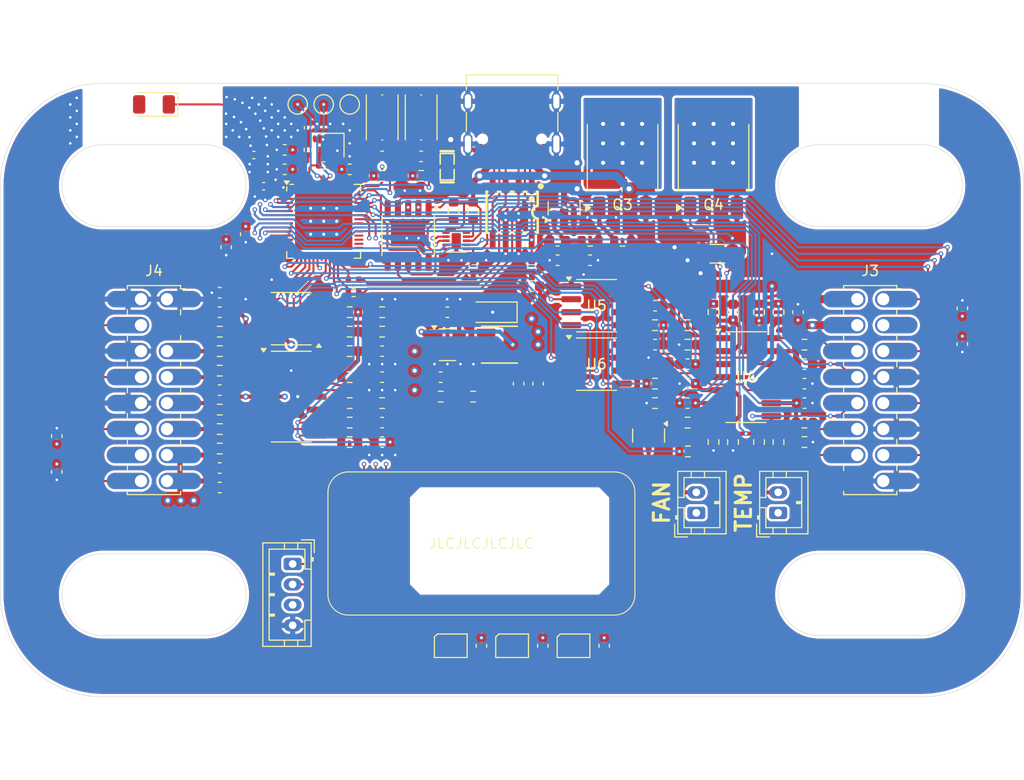
<source format=kicad_pcb>
(kicad_pcb (version 20241229) (generator "pcbnew") (generator_version "9.0")
  (title_block (title "PocKETlab") (date "2025-05-02") (rev "0.1") (company "TeaTech & KET FEL ZČU") (comment 1 "Vyhotovil: Jiří Švihla") (comment 2 "Výkres nosné PCB"))
  (layers (0 "F.Cu" signal) (4 "In1.Cu" power) (6 "In2.Cu" power) (2 "B.Cu" signal) (13 "F.Paste" user) (15 "B.Paste" user) (5 "F.SilkS" user "F.Silkscreen") (7 "B.SilkS" user "B.Silkscreen") (1 "F.Mask" user) (3 "B.Mask" user) (25 "Edge.Cuts" user))
  (net 0 "")
  (net 1 "GND")
  (net 2 "VBUS")
  (net 3 "/Řízení a komunikace/BOOT")
  (net 4 "Net-(U2-SW)")
  (net 5 "Net-(U2-BST)")
  (net 6 "/Řízení a komunikace/~{RST}")
  (net 7 "/Řízení a komunikace/ANT")
  (net 8 "Net-(AE1-A)")
  (net 9 "/Řízení a komunikace/XTAL_N")
  (net 10 "Net-(C23-Pad1)")
  (net 11 "/FB_A0")
  (net 12 "/FB_A1")
  (net 13 "+3V3")
  (net 14 "/Napájení a generátory sig. (DAC)/ADA1")
  (net 15 "/Napájení a generátory sig. (DAC)/ADB1")
  (net 16 "/Napájení a generátory sig. (DAC)/ADA0")
  (net 17 "/Napájení a generátory sig. (DAC)/ADB0")
  (net 18 "Net-(D1-DOUT)")
  (net 19 "/FB_VOUT")
  (net 20 "Net-(D2-DOUT)")
  (net 22 "Net-(Q2-G)")
  (net 23 "/Napájení a generátory sig. (DAC)/VOUT")
  (net 24 "Net-(U4B-+)")
  (net 25 "/FB_IOUT")
  (net 26 "Net-(Q4-G)")
  (net 27 "Net-(U7B-+)")
  (net 28 "Net-(U7D-+)")
  (net 29 "Net-(U7B--)")
  (net 30 "Net-(U7D--)")
  (net 31 "/LEDS_DATA")
  (net 32 "/Hl. napájení (USB+PD, 3V3)/DP")
  (net 33 "/Hl. napájení (USB+PD, 3V3)/CC1")
  (net 34 "/Hl. napájení (USB+PD, 3V3)/SBU2")
  (net 35 "/Hl. napájení (USB+PD, 3V3)/SBU1")
  (net 36 "/Hl. napájení (USB+PD, 3V3)/CC2")
  (net 37 "/Hl. napájení (USB+PD, 3V3)/DN")
  (net 38 "/TEMP_PROBE")
  (net 39 "Net-(J2-Pin_2)")
  (net 40 "/Napájení a generátory sig. (DAC)/DAC0")
  (net 41 "/Napájení a generátory sig. (DAC)/GOUT")
  (net 42 "/Napájení a generátory sig. (DAC)/ARF0")
  (net 43 "/DO2")
  (net 44 "/DO1")
  (net 45 "/Napájení a generátory sig. (DAC)/DAC1")
  (net 46 "/DO3")
  (net 47 "/Napájení a generátory sig. (DAC)/ARF1")
  (net 48 "/DI0")
  (net 49 "/DI3")
  (net 50 "/Měřící vstupy (ADC)/AIN1")
  (net 51 "/Měřící vstupy (ADC)/AREF0")
  (net 52 "/Měřící vstupy (ADC)/AREF1")
  (net 53 "/DI2")
  (net 54 "/DI1")
  (net 55 "/Měřící vstupy (ADC)/AIN0")
  (net 56 "Net-(Q1-G)")
  (net 57 "Net-(Q2-D)")
  (net 58 "/FAN_PWM")
  (net 59 "Net-(U1-CFG1)")
  (net 60 "/Hl. napájení (USB+PD, 3V3)/VBUS_SENSE")
  (net 61 "/Řízení a komunikace/D-")
  (net 62 "/Řízení a komunikace/D+")
  (net 63 "/Řízení a komunikace/XTAL_P")
  (net 64 "Net-(R22-Pad1)")
  (net 65 "/FB_GOUT")
  (net 66 "Net-(U7A-+)")
  (net 67 "Net-(U7C-+)")
  (net 68 "Net-(U7A--)")
  (net 69 "Net-(U7C--)")
  (net 70 "Net-(R38-Pad2)")
  (net 71 "Net-(R39-Pad2)")
  (net 72 "/Měřící vstupy (ADC)/ACH0")
  (net 73 "/Měřící vstupy (ADC)/ACH1")
  (net 77 "Net-(U9-VBUS)")
  (net 80 "/Řízení a komunikace/VDD_SPI")
  (net 84 "/~{CS_SIG_DAC}")
  (net 85 "/PRIM_SP")
  (net 86 "/Řízení a komunikace/TXD")
  (net 88 "/SPI_MISO")
  (net 91 "/~{CS_SIG_ADC}")
  (net 92 "/Řízení a komunikace/GPIO15")
  (net 93 "/Řízení a komunikace/RXD")
  (net 94 "/SPI_MOSI")
  (net 95 "/~{CS_PWR_DAC}")
  (net 100 "/SPI_SCK")
  (net 101 "/~{LDAC}")
  (net 103 "/PRIM_SCL")
  (net 104 "/PRIM_SDA")
  (net 105 "/DO0")
  (net 111 "Net-(C45-Pad1)")
  (net 112 "Net-(C44-Pad1)")
  (footprint "Resistor_SMD:R_0603_1608Metric" (layer "F.Cu") (at 120.015 127.635 180)
    (property "Reference" "R7" (hide yes))
    (property "Value" "56k")
  )
  (footprint "Package_TO_SOT_SMD:TSOT-23-6" (layer "F.Cu") (at 120.68 122.555)
    (property "Reference" "U2" (hide yes))
    (property "Value" "AP63203WU")
  )
  (footprint "Capacitor_SMD:C_0603_1608Metric" (layer "F.Cu") (at 82.5 135 -90)
    (property "Reference" "C48" (hide yes))
    (property "Value" "100n")
  )
  (footprint "Resistor_SMD:R_0603_1608Metric" (layer "F.Cu") (at 111.125 132.08)
    (property "Reference" "R38" (hide yes))
    (property "Value" "10k")
  )
  (footprint "Crystal:Crystal_SMD_2016-4Pin_2.0x1.6mm" (layer "F.Cu") (at 109.22 103.039 180)
    (property "Reference" "Y1" (hide yes))
    (property "Value" "40MHz +/- 10ppm 10pF")
  )
  (footprint "Capacitor_SMD:C_0603_1608Metric" (layer "F.Cu") (at 171 122.5 -90)
    (property "Reference" "C36" (hide yes))
    (property "Value" "100n")
  )
  (footprint "Resistor_SMD:R_0402_1005Metric" (layer "F.Cu") (at 128.905 114.935 -90)
    (property "Reference" "R4" (hide yes))
    (property "Value" "5.1k")
  )
  (footprint "Diode_SMD:D_SOD-123" (layer "F.Cu") (at 125.125 119.38 180)
    (property "Reference" "D6" (hide yes))
    (property "Value" "3v6 Zener")
  )
  (footprint "Resistor_SMD:R_0603_1608Metric" (layer "F.Cu") (at 151.13 119.38 90)
    (property "Reference" "R16" (hide yes))
    (property "Value" "10k")
  )
  (footprint "Connector_JST:JST_PH_B2B-PH-K_1x02_P2.00mm_Vertical" (layer "F.Cu") (at 145 139 90)
    (property "Reference" "J2" (hide yes))
    (property "Value" "SYS Fan")
  )
  (footprint "Resistor_SMD:R_0603_1608Metric" (layer "F.Cu") (at 98.425 123.19)
    (property "Reference" "R37" (hide yes))
    (property "Value" "68k")
  )
  (footprint "Connector_USB:USB_C_Receptacle_Palconn_UTC16-G" (layer "F.Cu") (at 127 101 180)
    (property "Reference" "P1" (hide yes))
    (property "Value" "USB_C_Plug_USB2.0")
  )
  (footprint "Capacitor_SMD:C_0603_1608Metric" (layer "F.Cu") (at 140.97 122.555)
    (property "Reference" "C29" (hide yes))
    (property "Value" "10n")
  )
  (footprint "Resistor_SMD:R_0603_1608Metric" (layer "F.Cu") (at 114.3 106.045 180)
    (property "Reference" "R10" (hide yes))
    (property "Value" "10k")
  )
  (footprint "Resistor_SMD:R_0603_1608Metric" (layer "F.Cu") (at 98.425 128.905)
    (property "Reference" "R36" (hide yes))
    (property "Value" "68k")
  )
  (footprint "Resistor_SMD:R_0603_1608Metric" (layer "F.Cu") (at 148.59 132.08 90)
    (property "Reference" "R31" (hide yes))
    (property "Value" "10k")
  )
  (footprint "Button_Switch_SMD:SW_Push_1P1T_NO_CK_KMR2" (layer "F.Cu") (at 114.3 100.33 90)
    (property "Reference" "BOOT1" (hide yes))
    (property "Value" "BOOT")
  )
  (footprint "Resistor_SMD:R_0603_1608Metric" (layer "F.Cu") (at 121.285 109.474 90)
    (property "Reference" "R11" (hide yes))
    (property "Value" "10k")
  )
  (footprint "TestPoint:TestPoint_Pad_D1.5mm" (layer "F.Cu") (at 108.585 99.06)
    (property "Reference" "TP1" (hide yes))
    (property "Value" "TestPoint")
  )
  (footprint "easyeda2kicad:SO-8_L4.9-W3.9-P1.27-LS5.9-BL" (layer "F.Cu") (at 127 109.601 180)
    (property "Reference" "D4" (hide yes))
    (property "Value" "ESDA6V1U1RL")
  )
  (footprint "Resistor_SMD:R_0603_1608Metric" (layer "F.Cu") (at 134.62 112.395)
    (property "Reference" "R24" (hide yes))
    (property "Value" "100k")
  )
  (footprint "easyeda2kicad:IND-SMD_L3.5-W3.0" (layer "F.Cu") (at 125.76 122.555 180)
    (property "Reference" "L1" (hide yes))
    (property "Value" "4,7uH")
  )
  (footprint "Resistor_SMD:R_0603_1608Metric" (layer "F.Cu") (at 144.145 130.175 180)
    (property "Reference" "R28" (hide yes))
    (property "Value" "10k")
  )
  (footprint "Capacitor_SMD:C_0603_1608Metric" (layer "F.Cu") (at 155.575 126.365)
    (property "Reference" "C27" (hide yes))
    (property "Value" "10n")
  )
  (footprint "Capacitor_SMD:C_0603_1608Metric" (layer "F.Cu") (at 124 152 -90)
    (property "Reference" "C3" (hide yes))
    (property "Value" "100n")
  )
  (footprint "Capacitor_SMD:C_0603_1608Metric" (layer "F.Cu") (at 100.965 111.76 -90)
    (property "Reference" "C19" (hide yes))
    (property "Value" "100n")
  )
  (footprint "LED_SMD:LED_WS2812B-2020_PLCC4_2.0x2.0mm" (layer "F.Cu") (at 127 152)
    (property "Reference" "D2" (hide yes))
    (property "Value" "Sensor status")
  )
  (footprint "Package_TO_SOT_SMD:TO-252-2" (layer "F.Cu") (at 146.685 104.13 90)
    (property "Reference" "Q4")
    (property "Value" "AOD4186")
  )
  (footprint "Package_TO_SOT_SMD:SOT-23" (layer "F.Cu") (at 140.335 131.445 -90)
    (property "Reference" "Q1" (hide yes))
    (property "Value" "AO3400A")
  )
  (footprint "Capacitor_SMD:C_0603_1608Metric" (layer "F.Cu") (at 148.59 119.38 90)
    (property "Reference" "C33" (hide yes))
    (property "Value" "100n")
  )
  (footprint "Capacitor_SMD:C_0603_1608Metric" (layer "F.Cu") (at 144.145 124.46 180)
    (property "Reference" "C28" (hide yes))
    (property "Value" "10n")
  )
  (footprint "Capacitor_SMD:C_0603_1608Metric" (layer "F.Cu") (at 104.775 105.41 180)
    (property "Reference" "C16" (hide yes))
    (property "Value" "100n")
  )
  (footprint "Resistor_SMD:R_0402_1005Metric" (layer "F.Cu") (at 123.19 114.935 -90)
    (property "Reference" "R5" (hide yes))
    (property "Value" "5.1k")
  )
  (footprint "Capacitor_SMD:C_0603_1608Metric" (layer "F.Cu") (at 98.425 127 180)
    (property "Reference" "C49" (hide yes))
    (property "Value" "100n")
  )
  (footprint "Capacitor_SMD:C_0603_1608Metric" (layer "F.Cu") (at 144.145 126.365 180)
    (property "Reference" "C39" (hide yes))
    (property "Value" "100n")
  )
  (footprint "Resistor_SMD:R_0603_1608Metric" (layer "F.Cu") (at 137.795 112.395)
    (property "Reference" "R25" (hide yes))
    (property "Value" "10k")
  )
  (footprint "Resistor_SMD:R_0603_1608Metric" (layer "F.Cu") (at 155.575 130.175)
    (property "Reference" "R19" (hide yes))
    (property "Value" "10k")
  )
  (footprint "Capacitor_SMD:C_0603_1608Metric" (layer "F.Cu") (at 154.94 119.38 90)
    (property "Reference" "C38" (hide yes))
    (property "Value" "100n")
  )
  (footprint "Capacitor_SMD:C_0603_1608Metric" (layer "F.Cu") (at 114.3 123.19)
    (property "Reference" "C45" (hide yes))
    (property "Value" "15n")
  )
  (footprint "Capacitor_SMD:C_0603_1608Metric" (layer "F.Cu") (at 120.68 119.38 180)
    (property "Reference" "C8" (hide yes))
    (property "Value" "100n")
  )
  (footprint "Capacitor_SMD:C_0603_1608Metric" (layer "F.Cu") (at 99.06 113.03 -90)
    (property "Reference" "C17" (hide yes))
    (property "Value" "10u@10V")
  )
  (footprint "easyeda2kicad:DFN-10_L2.0-W2.0-P0.40-BL-EP" (layer "F.Cu") (at 121.539 112.395)
    (property "Reference" "U1" (hide yes))
    (property "Value" "CH224Q")
  )
  (footprint "Capacitor_SMD:C_0603_1608Metric" (layer "F.Cu") (at 114.3 132.08)
    (property "Reference" "C44" (hide yes))
    (property "Value" "15n")
  )
  (footprint "Resistor_SMD:R_0603_1608Metric" (layer "F.Cu") (at 98.425 132.715 180)
    (property "Reference" "R34" (hide yes))
    (property "Value" "10k")
  )
  (footprint "Custom:PinSocket_2x08_P2.54mm_Vertical_SMD_HOLE" (layer "F.Cu") (at 92 127)
    (property "Reference" "J4")
    (property "Value" "INPUT")
  )
  (footprint "Resistor_SMD:R_0603_1608Metric" (layer "F.Cu") (at 111.125 125.73)
    (property "Reference" "R43" (hide yes))
    (property "Value" "2k2")
  )
  (footprint "Resistor_SMD:R_0603_1608Metric" (layer "F.Cu") (at 123.19 109.474 90)
    (property "Reference" "R6" (hide yes))
    (property "Value" "56k")
  )
  (footprint "Resistor_SMD:R_0402_1005Metric" (layer "F.Cu") (at 111.506 117.475)
    (property "Reference" "R12" (hide yes))
    (property "Value" "0")
  )
  (footprint "Package_SO:SOIC-8_3.9x4.9mm_P1.27mm" (layer "F.Cu") (at 135.255 118.745)
    (property "Reference" "U5")
    (property "Value" "MCP4822")
  )
  (footprint "Capacitor_SMD:C_0603_1608Metric" (layer "F.Cu") (at 98.425 117.475 180)
    (property "Reference" "C41" (hide yes))
    (property "Value" "10u@10V")
  )
  (footprint "Resistor_SMD:R_1206_3216Metric" (layer "F.Cu") (at 147.066 113.665 180)
    (property "Reference" "R29" (hide yes))
    (property "Value" "0.1")
  )
  (footprint "Capacitor_SMD:C_0603_1608Metric" (layer "F.Cu") (at 114.3 104.14 180)
    (property "Reference" "C12" (hide yes))
    (property "Value" "47n")
  )
  (footprint "LED_SMD:LED_WS2812B-2020_PLCC4_2.0x2.0mm" (layer "F.Cu") (at 121 152)
    (property "Reference" "D1" (hide yes))
    (property "Value" "Power status")
  )
  (footprint "Resistor_SMD:R_0603_1608Metric" (layer "F.Cu") (at 111.125 121.285 180)
    (property "Reference" "R45" (hide yes))
    (property "Value" "56k")
  )
  (footprint "Resistor_SMD:R_0603_1608Metric" (layer "F.Cu") (at 151.13 132.08 -90)
    (property "Reference" "R30" (hide yes))
    (property "Value" "56k")
  )
  (footprint "Resistor_SMD:R_0603_1608Metric" (layer "F.Cu") (at 98.425 130.81)
    (property "Reference" "R32" (hide yes))
    (property "Value" "68k")
  )
  (footprint "Capacitor_SMD:C_0603_1608Metric" (layer "F.Cu") (at 131.445 112.395 180)
    (property "Reference" "C37" (hide yes))
    (property "Value" "100n")
  )
  (footprint "Resistor_SMD:R_0603_1608Metric" (layer "F.Cu") (at 140.97 128.27 180)
    (property "Reference" "R3" (hide yes))
    (property "Value" "100k")
  )
  (footprint "Resistor_SMD:R_0603_1608Metric" (layer "F.Cu") (at 146.685 132.08 90)
    (property "Reference" "R27" (hide yes))
    (property "Value" "7.5k")
  )
  (footprint "Capacitor_SMD:C_0603_1608Metric" (layer "F.Cu") (at 104.775 103.505 180)
    (property "Reference" "C14" (hide yes))
    (property "Value" "10u@10V")
  )
  (footprint "RF_Antenna:Johanson_2450AT18x100" (layer "F.Cu") (at 92 99.06 180)
    (property "Reference" "AE1" (hide yes))
    (property "Value" "2.4GHz Antenna")
  )
  (footprint "Capacitor_SMD:C_0603_1608Metric" (layer "F.Cu") (at 136 152 -90)
    (property "Reference" "C6" (hide yes))
    (property "Value" "100n")
  )
  (footprint "Resistor_SMD:R_0603_1608Metric" (layer "F.Cu") (at 111.125 123.19)
    (property "Reference" "R41" (hide yes))
    (property "Value" "1k2")
  )
  (footprint "Capacitor_SMD:C_0603_1608Metric" (layer "F.Cu") (at 114.3 125.73)
    (property "Reference" "C43" (hide yes))
    (property "Value" "6n8")
  )
  (footprint "Package_SO:SOIC-14_3.9x8.7mm_P1.27mm" (layer "F.Cu") (at 149.86 125.73)
    (property "Reference" "U4")
    (property "Value" "LM324")
  )
  (footprint "Resistor_SMD:R_0603_1608Metric" (layer "F.Cu") (at 144.175 133 180)
    (property "Reference" "R2" (hide yes))
    (property "Value" "10k")
  )
  (footprint "Capacitor_SMD:C_0603_1608Metric" (layer "F.Cu") (at 118.11 104.14 180)
    (property "Reference" "C11" (hide yes))
    (property "Value" "1u")
  )
  (footprint "Capacitor_SMD:C_0402_1005Metric" (layer "F.Cu") (at 102.715 107.061)
    (property "Reference" "C20" (hide yes))
    (property "Value" "2.7pF")
  )
  (footprint "Package_DFN_QFN:QFN-56-1EP_7x7mm_P0.4mm_EP5.6x5.6mm" (layer "F.Cu") (at 108.585 110.49)
    (property "Reference" "U3" (hide yes))
    (property "Value" "ESP32-S3")
  )
  (footprint "Capacitor_SMD:C_0402_1005Metric" (layer "F.Cu") (at 107.061 101.346 90)
    (property "Reference" "C23" (hide yes))
    (property "Value" "12pF")
  )
  (footprint "Resistor_SMD:R_0603_1608Metric" (layer "F.Cu") (at 98.425 125.095)
    (property "Reference" "R33" (hide yes))
    (property "Value" "68k")
  )
  (footprint "Resistor_SMD:R_0603_1608Metric" (layer "F.Cu") (at 123.19 127.635 180)
    (property "Reference" "R8" (hide yes))
    (property "Value" "10k")
  )
  (footprint "Capacitor_SMD:C_0603_1608Metric" (layer "F.Cu") (at 82.5 131.5 90)
    (property "Reference" "C46" (hide yes))
    (property "Value" "10u@10V")
  )
  (footprint "Resistor_SMD:R_0603_1608Metric" (layer "F.Cu") (at 144.145 120.65 180)
    (property "Reference" "R22" (hide yes))
    (property "Value" "10k")
  )
  (footprint "Resistor_SMD:R_0603_1608Metric" (layer "F.Cu") (at 111.125 128.27)
    (property "Reference" "R42" (hide yes))
    (property "Value" "2k2")
  )
  (footprint "Custom:PinSocket_2x08_P2.54mm_Vertical_SMD_HOLE" (layer "F.Cu") (at 162 127)
    (property "Reference" "J3")
    (property "Value" "OUTPUT")
  )
  (footprint "Resistor_SMD:R_0603_1608Metric" (layer "F.Cu") (at 140.97 120.65)
    (property "Reference" "R26" (hide yes))
    (property "Value" "68k")
  )
  (footprint "TestPoint:TestPoint_Pad_D1.5mm" (layer "F.Cu") (at 111.125 99.06)
    (property "Reference" "TP3" (hide yes))
    (property "Value" "TestPoint")
  )
  (footprint "Resistor_SMD:R_0603_1608Metric" (layer "F.Cu") (at 111.125 130.175)
    (property "Reference" "R40" (hide yes))
    (property "Value" "1k2")
  )
  (footprint "Capacitor_SMD:C_0402_1005Metric" (layer "F.Cu") (at 108.585 105.029)
    (property "Reference" "C22" (hide yes))
    (property "Value" "12pF")
  )
  (footprint "Connector_JST:JST_PH_B2B-PH-K_1x02_P2.00mm_Vertical" (layer "F.Cu") (at 153 139 90)
    (property "Reference" "J1" (hide yes))
    (property "Value" "Temp NTC")
  )
  (footprint "Resistor_SMD:R_0603_1608Metric" (layer "F.Cu") (at 98.425 121.285)
    (property "Reference" "R39" (hide yes))
    (property "Value" "10k")
  )
  (footprint "Capacitor_SMD:C_0603_1608Metric" (layer "F.Cu") (at 155.575 124.46)
    (property "Reference" "C24" (hide yes))
    (property "Value" "100n")
  )
  (footprint "Resistor_SMD:R_0603_1608Metric" (layer "F.Cu") (at 114.3 119.38 180)
    (property "Reference" "R46" (hide yes))
    (property "Value" "10k")
  )
  (footprint "Resistor_SMD:R_0603_1608Metric" (layer "F.Cu") (at 144.145 122.555)
    (property "Reference" "R21" (hide yes))
    (property "Value" "10k")
  )
  (footprint "Capacitor_SMD:C_0603_1608Metric" (layer "F.Cu") (at 134.62 114.3)
    (property "Reference" "C31" (hide yes))
    (property "Value" "10u@10V")
  )
  (footprint "Capacitor_SMD:C_0603_1608Metric" (layer "F.Cu") (at 128.905 116.84 180)
    (property "Reference" "C32" (hide yes))
    (property "Value" "100n")
  )
  (footprint "Package_SO:SSOP-10-1EP_3.9x4.9mm_P1mm_EP2.1x3.3mm" (layer "F.Cu") (at 116.84 111.887 -90)
    (property "Reference" "U9" (hide yes))
    (property "Value" "CH224K")
  )
  (footprint "Capacitor_SMD:C_0603_1608Metric" (layer "F.Cu") (at 171 119 90)
    (property "Reference" "C34" (hide yes))
    (property "Value" "10u@10V")
  )
  (footprint "Capacitor_SMD:C_0603_1608Metric" (layer "F.Cu") (at 127.635 126.365 90)
    (property "Reference" "C9" (hide yes))
    (property "Value" "22uF")
  )
  (footprint "Inductor_SMD:L_0402_1005Metric" (layer "F.Cu") (at 102.235 105.537 -90)
    (property "Reference" "L2" (hide yes))
    (property "Value" "2.4nH")
  )
  (footprint "Capacitor_SMD:C_0603_1608Metric" (layer "F.Cu") (at 131.445 114.3 180)
    (property "Reference" "C35" (hide yes))
    (property "Value" "100n")
  )
  (footprint "Capacitor_SMD:C_0402_1005Metric" (layer "F.Cu") (at 101.755 104.013 180)
    (property "Reference" "C18" (hide yes))
    (property "Value" "2.4pF")
  )
  (footprint "Capacitor_SMD:C_0603_1608Metric" (layer "F.Cu") (at 155.575 128.27)
    (property "Reference" "C25" (hide yes))
    (property "Value" "100n")
  )
  (footprint "Capacitor_SMD:C_0603_1608Metric" (layer "F.Cu") (at 114.3 130.175)
    (property "Reference" "C42" (hide yes))
    (property "Value" "6n8")
  )
  (footprint "Resistor_SMD:R_0603_1608Metric" (layer "F.Cu") (at 140.97 126.365)
    (property "Reference" "R1" (hide yes))
    (property "Value" "10k")
  )
  (footprint "Resistor_SMD:R_0603_1608Metric" (layer "F.Cu") (at 155.575 132.08 180)
    (property "Reference" "R18" (hide yes))
    (property "Value" "10k")
  )
  (footprint "Package_SO:SOIC-8_3.9x4.9mm_P1.27mm" (layer "F.Cu") (at 135.255 124.46)
    (property "Reference" "U6")
    (property "Value" "MCP4822")
  )
  (footprint "TestPoint:TestPoint_Pad_D1.5mm" (layer "F.Cu") (at 106.045 99.06)
    (property "Reference" "TP2" (hide yes))
    (property "Value" "TestPoint")
  )
  (footprint "Resistor_SMD:R_0603_1608Metric" (layer "F.Cu") (at 114.3 128.27 180)
    (property "Reference" "R35" (hide yes))
    (property "Value" "10k")
  )
  (footprint "Capacitor_SMD:C_0603_1608Metric" (layer "F.Cu") (at 130 152 -90)
    (property "Reference" "C5" (hide yes))
    (property "Value" "100n")
  )
  (footprint "Resistor_SMD:R_0402_1005Metric" (layer "F.Cu") (at 107.061 103.505 -90)
    (property "Reference" "R14" (hide yes))
    (property "Value" "22")
  )
  (footprint "Resistor_SMD:R_0603_1608Metric" (layer "F.Cu") (at 153.035 132.08 90)
    (property "Reference" "R20" (hide yes))
    (property "Value" "47k")
  )
  (footprint "Capacitor_SMD:C_0603_1608Metric" (layer "F.Cu") (at 98.425 134.62)
    (property "Reference" "C50" (hide yes))
    (property "Value" "100n")
  )
  (footprint "easyeda2kicad:D0603-BI" (layer "F.Cu") (at 120.65 105.156 -90)
    (property "Reference" "D5" (hide yes))
    (property "Value" "PGB1010603NR")
  )
  (footprint "Connector_JST:JST_PH_B4B-PH-K_1x04_P2.00mm_Vertical" (layer "F.Cu") (at 105.55 144 -90)
    (property "Reference" "J5" (hide yes))
    (property "Value" "LCD")
  )
  (footprint "Resistor_SMD:R_0603_1608Metric" (layer "F.Cu") (at 146.685 119.38 90)
    (property "Reference" "R23" (hide yes))
    (property "Value" "56k")
  )
  (footprint "Resistor_SMD:R_0603_1608Metric" (layer "F.Cu") (at 153.035 119.38 -90)
    (property "Reference" "R17" (hide yes))
    (property "Value" "47k")
  )
  (footprint "Button_Switch_SMD:SW_Push_1P1T_NO_CK_KMR2" (layer "F.Cu") (at 118.11 100.33 90)
    (property "Reference" "RST1" (hide yes))
    (property "Value" "RESET")
  )
  (footprint "Resistor_SMD:R_0603_1608Metric" (layer "F.Cu") (at 114.3 121.285 180)
    (property "Reference" "R47" (hide yes))
    (property "Value" "10k")
  )
  (footprint "Capacitor_SMD:C_0603_1608Metric" (layer "F.Cu") (at 98.425 119.38 180)
    (property "Reference" "C47" (hide yes))
    (property "Value" "100n")
  )
  (footprint "LED_SMD:LED_WS2812B-2020_PLCC4_2.0x2.0mm" (layer "F.Cu") (at 133 152)
    (property "Reference" "D3" (hide yes))
    (property "Value" "Comm status")
  )
  (footprint "Capacitor_SMD:C_0603_1608Metric" (layer "F.Cu") (at 144.145 128.27)
    (property "Reference" "C40" (hide yes))
    (property "Value" "100n")
  )
  (footprint "Resistor_SMD:R_0603_1608Metric" (layer "F.Cu") (at 111.125 119.38 180)
    (property "Reference" "R44" (hide yes))
    (property "Value" "56k")
  )
  (footprint "Resistor_SMD:R_0402_1005Metric" (layer "F.Cu") (at 111.506 116.205)
    (property "Reference" "R13" (hide yes))
    (property "Value" "0")
  )
  (footprint "Capacitor_SMD:C_0603_1608Metric" (layer "F.Cu") (at 98.425 136.525)
    (property "Reference" "C51" (hide yes))
    (property "Value" "100n")
  )
  (footprint "Capacitor_SMD:C_0603_1608Metric" (layer "F.Cu") (at 120.015 125.73 180)
    (property "Reference" "C7" (hide yes))
    (property "Value" "10uF")
  )
  (footprint "Package_SO:SOIC-8_3.9x4.9mm_P1.27mm" (layer "F.Cu") (at 105.41 120.015 180)
    (property "Reference" "U8" (hide yes))
    (property "Value" "MCP3202")
  )
  (footprint "Capacitor_SMD:C_0603_1608Metric" (layer "F.Cu") (at 111.125 105.41)
    (property "Reference" "C21" (hide yes))
    (property "Value" "100n")
  )
  (footprint "Capacitor_SMD:C_0603_1608Metric" (layer "F.Cu") (at 129.54 126.365 90)
    (property "Reference" "C10" (hide yes))
    (property "Value" "22uF")
  )
  (footprint "Package_TO_SOT_SMD:SOT-23" (layer "F.Cu") (at 132.08 109.22 90)
    (property "Reference" "Q2" (hide yes))
    (property "Value" "AO3400A")
  )
  (footprint "Package_SO:SOIC-14_3.9x8.7mm_P1.27mm" (layer "F.Cu") (at 105.41 127.635)
    (property "Reference" "U7" (hide yes))
    (property "Value" "LM324")
  )
  (footprint "Capacitor_SMD:C_0603_1608Metric" (layer "F.Cu") (at 140.97 118.745)
    (property "Reference" "C26" (hide yes))
    (property "Value" "10n")
  )
  (footprint "Resistor_SMD:R_0603_1608Metric" (layer "F.Cu") (at 155.575 122.555 180)
    (property "Reference" "R15" (hide yes))
    (property "Value" "10k")
  )
  (footprint "Resistor_SMD:R_0603_1608Metric" (layer "F.Cu") (at 118.11 106.045 180)
    (property "Reference" "R9" (hide yes))
    (property "Value" "10k")
  )
  (footprint "Package_TO_SOT_SMD:TO-252-2" (layer "F.Cu") (at 137.795 104.13 90)
    (property "Reference" "Q3")
    (property "Value" "AOD4185")
  )
  (footprint "LOGO" (layer "F.Cu") (at 146 148.5)
    (property "Reference" "G***" (hide yes))
    (property "Value" "LOGO" (hide yes))
  )
  (gr_arc (start 139 147) (mid 138.414214 148.414214) (end 137 149) (stroke (width 0.1)) (layer "F.SilkS"))
  (gr_arc (start 111 149) (mid 109.585786 148.414214) (end 109 147) (stroke (width 0.1)) (layer "F.SilkS"))
  (gr_line (start 137 149) (end 111 149) (stroke (width 0.1)) (layer "F.SilkS"))
  (gr_arc (start 137 135) (mid 138.414214 135.585786) (end 139 137) (stroke (width 0.1)) (layer "F.SilkS"))
  (gr_line (start 139 137) (end 139 147) (stroke (width 0.1)) (layer "F.SilkS"))
  (gr_arc (start 109 137) (mid 109.585786 135.585786) (end 111 135) (stroke (width 0.1)) (layer "F.SilkS"))
  (gr_line (start 109 147) (end 109 137) (stroke (width 0.1)) (layer "F.SilkS"))
  (gr_line (start 111 135) (end 137 135) (stroke (width 0.1)) (layer "F.SilkS"))
  (gr_arc (start 97 143) (mid 101 147) (end 97 151) (stroke (width 0.05)) (layer "Edge.Cuts"))
  (gr_line (start 177 107) (end 177 147) (stroke (width 0.05)) (layer "Edge.Cuts"))
  (gr_arc (start 87 111) (mid 83 107) (end 87 103) (stroke (width 0.05)) (layer "Edge.Cuts"))
  (gr_line (start 157 111) (end 167 111) (stroke (width 0.05)) (layer "Edge.Cuts"))
  (gr_arc (start 77 107) (mid 79.928932 99.928932) (end 87 97) (stroke (width 0.05)) (layer "Edge.Cuts"))
  (gr_line (start 157 103) (end 167 103) (stroke (width 0.05)) (layer "Edge.Cuts"))
  (gr_arc (start 97 103) (mid 101 107) (end 97 111) (stroke (width 0.05)) (layer "Edge.Cuts"))
  (gr_line (start 87 97) (end 167 97) (stroke (width 0.05)) (layer "Edge.Cuts"))
  (gr_arc (start 87 157) (mid 79.928932 154.071068) (end 77 147) (stroke (width 0.05)) (layer "Edge.Cuts"))
  (gr_arc (start 167 143) (mid 171 147) (end 167 151) (stroke (width 0.05)) (layer "Edge.Cuts"))
  (gr_arc (start 167 97) (mid 174.071068 99.928932) (end 177 107) (stroke (width 0.05)) (layer "Edge.Cuts"))
  (gr_line (start 157 151) (end 167 151) (stroke (width 0.05)) (layer "Edge.Cuts"))
  (gr_line (start 167 157) (end 87 157) (stroke (width 0.05)) (layer "Edge.Cuts"))
  (gr_arc (start 157 111) (mid 153 107) (end 157 103) (stroke (width 0.05)) (layer "Edge.Cuts"))
  (gr_line (start 87 111) (end 97 111) (stroke (width 0.05)) (layer "Edge.Cuts"))
  (gr_line (start 97 143) (end 87 143) (stroke (width 0.05)) (layer "Edge.Cuts"))
  (gr_line (start 97 103) (end 87 103) (stroke (width 0.05)) (layer "Edge.Cuts"))
  (gr_arc (start 87 151) (mid 83 147) (end 87 143) (stroke (width 0.05)) (layer "Edge.Cuts"))
  (gr_arc (start 167 103) (mid 171 107) (end 167 111) (stroke (width 0.05)) (layer "Edge.Cuts"))
  (gr_line (start 87 151) (end 97 151) (stroke (width 0.05)) (layer "Edge.Cuts"))
  (gr_line (start 167 143) (end 157 143) (stroke (width 0.05)) (layer "Edge.Cuts"))
  (gr_arc (start 177 147) (mid 174.071068 154.071068) (end 167 157) (stroke (width 0.05)) (layer "Edge.Cuts"))
  (gr_arc (start 157 151) (mid 153 147) (end 157 143) (stroke (width 0.05)) (layer "Edge.Cuts"))
  (gr_line (start 77 147) (end 77 107) (stroke (width 0.05)) (layer "Edge.Cuts"))
  (gr_text "JLCJLCJLCJLC" (at 124 142 0) (layer "F.SilkS") (effects (font (size 1 1) (thickness 0.1))))
  (gr_text "FAN" (at 142.5 138 90) (layer "F.SilkS") (effects (font (size 1.5 1.5) (thickness 0.3) (bold yes)) (justify bottom)))
  (gr_text "TEMP" (at 150.5 138 90) (layer "F.SilkS") (effects (font (size 1.5 1.5) (thickness 0.3) (bold yes)) (justify bottom)))
  (segment (start 130.81 104.775) (end 133.35 107.315) (width 0.6) (layer "F.Cu") (net 1))
  (segment (start 107.885 127.635) (end 106.045 127.635) (width 0.4) (layer "F.Cu") (net 1))
  (segment (start 121.539 112.395) (end 121.539 113.665) (width 0.4) (layer "F.Cu") (net 1))
  (segment (start 130.2 103.51) (end 130.2 104.165) (width 0.6) (layer "F.Cu") (net 1))
  (segment (start 109.92 103.589) (end 109.92 104.174) (width 0.4) (layer "F.Cu") (net 1))
  (segment (start 123.8 104.165) (end 123.8 103.51) (width 0.6) (layer "F.Cu") (net 1))
  (segment (start 111.125 104.14) (end 109.954 104.14) (width 0.4) (layer "F.Cu") (net 1))
  (segment (start 109.92 104.174) (end 109.065 105.029) (width 0.4) (layer "F.Cu") (net 1))
  (segment (start 109.954 104.14) (end 109.92 104.174) (width 0.4) (layer "F.Cu") (net 1))
  (segment (start 130.2 104.165) (end 130.81 104.775) (width 0.6) (layer "F.Cu") (net 1))
  (via (at 113.03 133.35) (size 0.45) (drill 0.25) (layers "F.Cu" "B.Cu") (net 1))
  (via (at 99.06 100.965) (size 0.45) (drill 0.25) (layers "F.Cu" "B.Cu") (net 1))
  (via (at 140.145 128.27) (size 0.45) (drill 0.25) (layers "F.Cu" "B.Cu") (net 1))
  (via (at 133.985 115.697) (size 0.45) (drill 0.25) (layers "F.Cu" "B.Cu") (net 1))
  (via (at 109.855 111.76) (size 0.6) (drill 0.3) (layers "F.Cu" "B.Cu") (net 1))
  (via (at 102.87 99.695) (size 0.45) (drill 0.25) (layers "F.Cu" "B.Cu") (net 1))
  (via (at 120.68 124.46) (size 0.45) (drill 0.25) (layers "F.Cu" "B.Cu") (net 1))
  (via (at 133.35 107.315) (size 1) (drill 0.5) (layers "F.Cu" "B.Cu") (net 1))
  (via (at 143.32 122.555) (size 0.45) (drill 0.25) (layers "F.Cu" "B.Cu") (net 1))
  (via (at 101.908093 99.972258) (size 0.45) (drill 0.25) (layers "F.Cu" "B.Cu") (net 1))
  (via (at 123.22 124.46) (size 0.45) (drill 0.25) (layers "F.Cu" "B.Cu") (net 1))
  (via (at 101.328079 102.258296) (size 0.45) (drill 0.25) (layers "F.Cu" "B.Cu") (net 1))
  (via (at 130.048 110.109) (size 0.45) (drill 0.25) (layers "F.Cu" "B.Cu") (net 1))
  (via (at 152.4 113.665) (size 0.45) (drill 0.25) (layers "F.Cu" "B.Cu") (net 1))
  (via (at 104.14 102.235) (size 0.45) (drill 0.25) (layers "F.Cu" "B.Cu") (net 1))
  (via (at 84.455 100.965) (size 0.45) (drill 0.25) (layers "F.Cu" "B.Cu") (net 1))
  (via (at 109.22 100.965) (size 0.45) (drill 0.25) (layers "F.Cu" "B.Cu") (net 1))
  (via (at 126.365 109.728) (size 0.45) (drill 0.25) (layers "F.Cu" "B.Cu") (net 1))
  (via (at 102.381598 100.650897) (size 0.45) (drill 0.25) (layers "F.Cu" "B.Cu") (net 1))
  (via (at 134.366 110.109) (size 0.45) (drill 0.25) (layers "F.Cu" "B.Cu") (net 1))
  (via (at 114.3 118.11) (size 0.45) (drill 0.25) (layers "F.Cu" "B.Cu") (net 1))
  (via (at 113.03 124.46) (size 0.45) (drill 0.25) (layers "F.Cu" "B.Cu") (net 1))
  (via (at 84.455 98.425) (size 0.45) (drill 0.25) (layers "F.Cu" "B.Cu") (net 1))
  (via (at 103.505 116.205) (size 0.45) (drill 0.25) (layers "F.Cu" "B.Cu") (net 1))
  (via (at 111.125 104.14) (size 0.45) (drill 0.25) (layers "F.Cu" "B.Cu") (net 1))
  (via (at 140.335 123.825) (size 0.45) (drill 0.25) (layers "F.Cu" "B.Cu") (net 1))
  (via (at 100.965 118.11) (size 0.45) (drill 0.25) (layers "F.Cu" "B.Cu") (net 1))
  (via (at 104 105.41) (size 0.45) (drill 0.25) (layers "F.Cu" "B.Cu") (net 1))
  (via (at 122.047 114.3) (size 0.45) (drill 0.25) (layers "F.Cu" "B.Cu") (net 1))
  (via (at 127.635 109.728) (size 0.45) (drill 0.25) (layers "F.Cu" "B.Cu") (net 1))
  (via (at 103.505 100.33) (size 0.45) (drill 0.25) (layers "F.Cu" "B.Cu") (net 1))
  (via (at 114.3 124.46) (size 0.45) (drill 0.25) (layers "F.Cu" "B.Cu") (net 1))
  (via (at 107.315 109.22) (size 0.6) (drill 0.3) (layers "F.Cu" "B.Cu") (net 1))
  (via (at 99.695 101.6) (size 0.45) (drill 0.25) (layers "F.Cu" "B.Cu") (net 1))
  (via (at 99.036706 99.966922) (size 0.45) (drill 0.25) (layers "F.Cu" "B.Cu") (net 1))
  (via (at 146.05 110.109) (size 0.45) (drill 0.25) (layers "F.Cu" "B.Cu") (net 1))
  (via (at 104.648 107.188) (size 0.45) (drill 0.25) (layers "F.Cu" "B.Cu") (net 1))
  (via (at 108.52 102.489) (size 0.45) (drill 0.25) (layers "F.Cu" "B.Cu") (net 1))
  (via (at 110.49 100.965) (size 0.45) (drill 0.25) (layers "F.Cu" "B.Cu") (net 1))
  (via (at 126.365 110.363) (size 0.45) (drill 0.25) (layers "F.Cu" "B.Cu") (net 1))
  (via (at 101.346 104.902) (size 0.45) (drill 0.25) (layers "F.Cu" "B.Cu") (net 1))
  (via (at 108.585 109.22) (size 0.6) (drill 0.3) (layers "F.Cu" "B.Cu") (net 1))
  (via (at 83.82 102.87) (size 0.45) (drill 0.25) (layers "F.Cu" "B.Cu") (net 1))
  (via (at 115.57 133.35) (size 0.45) (drill 0.25) (layers "F.Cu" "B.Cu") (net 1))
  (via (at 156.35 128.27) (size 0.45) (drill 0.25) (layers "F.Cu" "B.Cu") (net 1))
  (via (at 104.775 100.33) (size 0.45) (drill 0.25) (layers "F.Cu" "B.Cu") (net 1))
  (via (at 142.875 113.03) (size 0.8) (drill 0.4) (layers "F.Cu" "B.Cu") (net 1))
  (via (at 127.635 113.665) (size 0.45) (drill 0.25) (layers "F.Cu" "B.Cu") (net 1))
  (via (at 84.455 99.695) (size 0.45) (drill 0.25) (layers "F.Cu" "B.Cu") (net 1))
  (via (at 171 123.275) (size 0.45) (drill 0.25) (layers "F.Cu" "B.Cu") (net 1))
  (via (at 117.856 112.141) (size 0.45) (drill 0.25) (layers "F.Cu" "B.Cu") (net 1))
  (via (at 137.16 110.109) (size 0.45) (drill 0.25) (layers "F.Cu" "B.Cu") (net 1))
  (via (at 114.3 127) (size 0.45) (drill 0.25) (layers "F.Cu" "B.Cu") (net 1))
  (via (at 102.87 98.425) (size 0.45) (drill 0.25) (layers "F.Cu" "B.Cu") (net 1))
  (via (at 146.685 132.905) (size 0.45) (drill 0.25) (layers "F.Cu" "B.Cu") (net 1))
  (via (at 103.034036 103.020744) (size 0.45) (drill 0.25) (layers "F.Cu" "B.Cu") (net 1))
  (via (at 84.455 102.235) (size 0.45) (drill 0.25) (layers "F.Cu" "B.Cu") (net 1))
  (via (at 116.713 112.141) (size 0.45) (drill 0.25) (layers "F.Cu" "B.Cu") (net 1))
  (via (at 118 107.5) (size 0.45) (drill 0.25) (layers "F.Cu" "B.Cu") (net 1))
  (via (at 130.67 114.3) (size 0.45) (drill 0.25) (layers "F.Cu" "B.Cu") (net 1))
  (via (at 154.94 118.605) (size 0.45) (drill 0.25) (layers "F.Cu" "B.Cu") (net 1))
  (via (at 103.124 104.902) (size 0.45) (drill 0.25) (layers "F.Cu" "B.Cu") (net 1))
  (via (at 105.41 100.965) (size 0.45) (drill 0.25) (layers "F.Cu" "B.Cu") (net 1))
  (via (at 115.57 124.46) (size 0.45) (drill 0.25) (layers "F.Cu" "B.Cu") (net 1))
  (via (at 102.235 99.06) (size 0.45) (drill 0.25) (layers "F.Cu" "B.Cu") (net 1))
  (via (at 121.95 124.46) (size 0.45) (drill 0.25) (layers "F.Cu" "B.Cu") (net 1))
  (via (at 103.124 105.664) (size 0.45) (drill 0.25) (layers "F.Cu" "B.Cu") (net 1))
  (via (at 103.886 106.426) (size 0.45) (drill 0.25) (layers "F.Cu" "B.Cu") (net 1))
  (via (at 113.03 127) (size 0.45) (drill 0.25) (layers "F.Cu" "B.Cu") (net 1))
  (via (at 107.315 110.49) (size 0.6) (drill 0.3) (layers "F.Cu" "B.Cu") (net 1))
  (via (at 97.65 117.475) (size 0.45) (drill 0.25) (layers "F.Cu" "B.Cu") (net 1))
  (via (at 109.855 110.49) (size 0.6) (drill 0.3) (layers "F.Cu" "B.Cu") (net 1))
  (via (at 83.82 100.33) (size 0.45) (drill 0.25) (layers "F.Cu" "B.Cu") (net 1))
  (via (at 171 118.225) (size 0.45) (drill 0.25) (layers "F.Cu" "B.Cu") (net 1))
  (via (at 101.009233 101.473465) (size 0.45) (drill 0.25) (layers "F.Cu" "B.Cu") (net 1))
  (via (at 83.82 101.6) (size 0.45) (drill 0.25) (layers "F.Cu" "B.Cu") (net 1))
  (via (at 103.505 99.06) (size 0.45) (drill 0.25) (layers "F.Cu" "B.Cu") (net 1))
  (via (at 120.65 118.11) (size 0.45) (drill 0.25) (layers "F.Cu" "B.Cu") (net 1))
  (via (at 101.6 98.425) (size 0.45) (drill 0.25) (layers "F.Cu" "B.Cu") (net 1))
  (via (at 126.365 113.665) (size 0.45) (drill 0.25) (layers "F.Cu" "B.Cu") (net 1))
  (via (at 156.35 126.365) (size 0.45) (drill 0.25) (layers "F.Cu" "B.Cu") (net 1))
  (via (at 121 102.5) (size 1) (drill 0.5) (layers "F.Cu" "B.Cu") (net 1))
  (via (at 135.395 114.3) (size 0.45) (drill 0.25) (layers "F.Cu" "B.Cu") (net 1))
  (via (at 121.92 118.11) (size 0.45) (drill 0.25) (layers "F.Cu" "B.Cu") (net 1))
  (via (at 83.82 99.06) (size 0.45) (drill 0.25) (layers "F.Cu" "B.Cu") (net 1))
  (via (at 100.644098 98.9134) (size 0.45) (drill 0.25) (layers "F.Cu" "B.Cu") (net 1))
  (via (at 101.322737 99.386905) (size 0.45) (drill 0.25) (layers "F.Cu" "B.Cu") (net 1))
  (via (at 102.733707 101.399367) (size 0.45) (drill 0.25) (layers "F.Cu" "B.Cu") (net 1))
  (via (at 108.585 110.49) (size 0.6) (drill 0.3) (layers "F.Cu" "B.Cu") (net 1))
  (via (at 99.098249 98.340401) (size 0.45) (drill 0.25) (layers "F.Cu" "B.Cu") (net 1))
  (via (at 102.87 108.39) (size 0.45) (drill 0.25) (layers "F.Cu" "B.Cu") (net 1))
  (via (at 82.5 130.725) (size 0.45) (drill 0.25) (layers "F.Cu" "B.Cu") (net 1))
  (via (at 102.954598 102.196746) (size 0.45) (drill 0.25) (layers "F.Cu" "B.Cu") (net 1))
  (via (at 99.821538 100.285767) (size 0.45) (drill 0.25) (layers "F.Cu" "B.Cu") (net 1))
  (via (at 109.92 103.589) (size 0.45) (drill 0.25) (layers "F.Cu" "B.Cu") (net 1))
  (via (at 127.635 110.363) (size 0.45) (drill 0.25) (layers "F.Cu" "B.Cu") (net 1))
  (via (at 106.045 101.6) (size 0.45) (drill 0.25) (layers "F.Cu" "B.Cu") (net 1))
  (via (at 103.124 104.14) (size 0.45) (drill 0.25) (layers "F.Cu" "B.Cu") (net 1))
  (via (at 103.505 101.6) (size 0.45) (drill 0.25) (layers "F.Cu" "B.Cu") (net 1))
  (via (at 82.5 135.775) (size 0.45) (drill 0.25) (layers "F.Cu" "B.Cu") (net 1))
  (via (at 101.346 105.664) (size 0.45) (drill 0.25) (layers "F.Cu" "B.Cu") (net 1))
  (via (at 145.415 115.57) (size 0.8) (drill 0.4) (layers "F.Cu" "B.Cu") (net 1))
  (via (at 99.895628 98.561291) (size 0.45) (drill 0.25) (layers "F.Cu" "B.Cu") (net 1))
  (via (at 143.37 126.365) (size 0.45) (drill 0.25) (layers "F.Cu" "B.Cu") (net 1))
  (via (at 104.14 99.695) (size 0.45) (drill 0.25) (layers "F.Cu" "B.Cu") (net 1))
  (via (at 101.854 108.077) (size 0.45) (drill 0.25) (layers "F.Cu" "B.Cu") (net 1))
  (via (at 115.57 127) (size 0.45) (drill 0.25) (layers "F.Cu" "B.Cu") (net 1))
  (via (at 116.5 107.5) (size 0.45) (drill 0.25) (layers "F.Cu" "B.Cu") (net 1))
  (via (at 101.435964 103.099256) (size 0.45) (drill 0.25) (layers "F.Cu" "B.Cu") (net 1))
  (via (at 105.41 102.235) (size 0.45) (drill 0.25) (layers "F.Cu" "B.Cu") (net 1))
  (via (at 108.585 111.76) (size 0.6) (drill 0.3) (layers "F.Cu" "B.Cu") (net 1))
  (via (at 111.125 101.6) (size 0.45) (drill 0.25) (layers "F.Cu" "B.Cu") (net 1))
  (via (at 109.855 109.22) (size 0.6) (drill 0.3) (layers "F.Cu" "B.Cu") (net 1))
  (via (at 120.777 114.3) (size 0.45) (drill 0.25) (layers "F.Cu" "B.Cu") (net 1))
  (via (at 100.965 112.535) (size 0.45) (drill 0.25) (layers "F.Cu" "B.Cu") (net 1))
  (via (at 99.06 102.235) (size 0.45) (drill 0.25) (layers "F.Cu" "B.Cu") (net 1))
  (via (at 104 103.505) (size 0.45) (drill 0.25) (layers "F.Cu" "B.Cu") (net 1))
  (via (at 100.49706 100.797942) (size 0.45) (drill 0.25) (layers "F.Cu" "B.Cu") (net 1))
  (via (at 124.46 114.3) (size 0.45) (drill 0.25) (layers "F.Cu" "B.Cu") (net 1))
  (via (at 106.045 127.635) (size 0.6) (drill 0.3) (layers "F.Cu" "B.Cu") (net 1))
  (via (at 100.33 102.235) (size 0.45) (drill 0.25) (layers "F.Cu" "B.Cu") (net 1))
  (via (at 119.41 124.46) (size 0.45) (drill 0.25) (layers "F.Cu" "B.Cu") (net 1))
  (via (at 105.41 125.095) (size 0.45) (drill 0.25) (layers "F.Cu" "B.Cu") (net 1))
  (via (at 114.3 133.35) (size 0.45) (drill 0.25) (layers "F.Cu" "B.Cu") (net 1))
  (via (at 107.315 111.76) (size 0.6) (drill 0.3) (layers "F.Cu" "B.Cu") (net 1))
  (via (at 156.4 132.08) (size 0.45) (drill 0.25) (layers "F.Cu" "B.Cu") (net 1))
  (via (at 133.35 104.775) (size 1) (drill 0.5) (layers "F.Cu" "B.Cu") (net 1))
  (via (at 111.125 102.87) (size 0.45) (drill 0.25) (layers "F.Cu" "B.Cu") (net 1))
  (via (at 125.095 119.38) (size 0.6) (drill 0.3) (layers "F.Cu" "B.Cu") (net 1))
  (via (at 104.14 100.965) (size 0.45) (drill 0.25) (layers "F.Cu" "B.Cu") (net 1))
  (via (at 148.59 132.905) (size 0.45) (drill 0.25) (layers "F.Cu" "B.Cu") (net 1))
  (via (at 107.95 100.965) (size 0.45) (drill 0.25) (layers "F.Cu" "B.Cu") (net 1))
  (via (at 99.06 113.805) (size 0.45) (drill 0.25) (layers "F.Cu" "B.Cu") (net 1))
  (via (at 142.494 110.109) (size 0.45) (drill 0.25) (layers "F.Cu" "B.Cu") (net 1))
  (via (at 144.145 114.3) (size 0.8) (drill 0.4) (layers "F.Cu" "B.Cu") (net 1))
  (via (at 115.57 118.11) (size 0.45) (drill 0.25) (layers "F.Cu" "B.Cu") (net 1))
  (via (at 104.775 101.6) (size 0.45) (drill 0.25) (layers "F.Cu" "B.Cu") (net 1))
  (segment (start 123.916 109.311) (end 123.254 108.649) (width 0.2) (layer "F.Cu") (net 2))
  (segment (start 124.6 105.27) (end 123.825 106.045) (width 0.6) (layer "F.Cu") (net 2))
  (segment (start 120.4735 108.649) (end 120 109.1225) (width 0.2) (layer "F.Cu") (net 2))
  (segment (start 124.6 103.51) (end 124.6 105.27) (width 0.6) (layer "F.Cu") (net 2))
  (segment (start 123.254 108.649) (end 123.19 108.649) (width 0.2) (layer "F.Cu") (net 2))
  (segment (start 155.575 116.84) (end 152.4 116.84) (width 0.8) (layer "F.Cu") (net 2))
  (segment (start 120 109.1225) (end 118.84 109.1225) (width 0.2) (layer "F.Cu") (net 2))
  (segment (start 120.65 105.791) (end 121.539 106.68) (width 0.6) (layer "F.Cu") (net 2))
  (segment (start 156.845 118.11) (end 155.575 116.84) (width 0.8) (layer "F.Cu") (net 2))
  (segment (start 123.19 108.649) (end 121.285 108.649) (width 0.4) (layer "F.Cu") (net 2))
  (segment (start 123.19 112.395) (end 123.916 111.669) (width 0.2) (layer "F.Cu") (net 2))
  (segment (start 99.835 127.635) (end 99.2 127) (width 0.4) (layer "F.Cu") (net 2))
  (segment (start 123.19 106.68) (end 123.825 106.045) (width 0.6) (layer "F.Cu") (net 2))
  (segment (start 147.385 125.73) (end 150.495 125.73) (width 0.4) (layer "F.Cu") (net 2))
  (segment (start 102.935 127.635) (end 104.775 127.635) (width 0.4) (layer "F.Cu") (net 2))
  (segment (start 121.539 106.68) (end 123.19 106.68) (width 0.6) (layer "F.Cu") (net 2))
  (segment (start 121.793 111.252) (end 122.301 110.744) (width 0.2) (layer "F.Cu") (net 2))
  (segment (start 120.628 111.252) (end 121.793 111.252) (width 0.2) (layer "F.Cu") (net 2))
  (segment (start 129.4 105.27) (end 129.4 103.51) (width 0.6) (layer "F.Cu") (net 2))
  (segment (start 102.935 127.635) (end 100.965 127.635) (width 0.4) (layer "F.Cu") (net 2))
  (segment (start 100.965 127.635) (end 99.835 127.635) (width 0.4) (layer "F.Cu") (net 2))
  (segment (start 123.916 111.669) (end 123.916 109.311) (width 0.2) (layer "F.Cu") (net 2))
  (segment (start 120.539 111.595) (end 120.539 111.341) (width 0.2) (layer "F.Cu") (net 2))
  (segment (start 120.539 111.341) (end 120.628 111.252) (width 0.2) (layer "F.Cu") (net 2))
  (segment (start 130.175 106.045) (end 129.4 105.27) (width 0.6) (layer "F.Cu") (net 2))
  (segment (start 120.65 105.776) (end 120.65 105.791) (width 0.6) (layer "F.Cu") (net 2))
  (segment (start 123.19 108.649) (end 123.19 106.68) (width 0.4) (layer "F.Cu") (net 2))
  (segment (start 122.301 110.744) (end 122.301 108.649) (width 0.2) (layer "F.Cu") (net 2))
  (segment (start 122.539 112.395) (end 123.19 112.395) (width 0.2) (layer "F.Cu") (net 2))
  (segment (start 121.285 108.649) (end 120.4735 108.649) (width 0.2) (layer "F.Cu") (net 2))
  (segment (start 156.845 118.11) (end 159.404 118.11) (width 0.8) (layer "F.Cu") (net 2))
  (via (at 117.475 127) (size 0.8) (drill 0.4) (layers "F.Cu" "B.Cu") (net 2))
  (via (at 100.965 127.635) (size 0.6) (drill 0.3) (layers "F.Cu" "B.Cu") (net 2))
  (via (at 117.475 125.095) (size 0.8) (drill 0.4) (layers "F.Cu" "B.Cu") (net 2))
  (via (at 95.885 137.795) (size 0.8) (drill 0.4) (layers "F.Cu" "B.Cu") (net 2))
  (via (at 150.495 125.73) (size 0.6) (drill 0.3) (layers "F.Cu" "B.Cu") (net 2))
  (via (at 152.4 116.84) (size 0.6) (drill 0.3) (layers "F.Cu" "B.Cu") (net 2))
  (via (at 138.43 107.315) (size 1) (drill 0.5) (layers "F.Cu" "B.Cu") (net 2))
  (via (at 104.775 127.635) (size 0.6) (drill 0.3) (layers "F.Cu" "B.Cu") (net 2))
  (via (at 130.175 106.045) (size 1) (drill 0.5) (layers "F.Cu" "B.Cu") (net 2))
  (via (at 94.615 137.795) (size 0.8) (drill 0.4) (layers "F.Cu" "B.Cu") (net 2))
  (via (at 123.825 106.045) (size 1) (drill 0.5) (layers "F.Cu" "B.Cu") (net 2))
  (via (at 93.345 137.795) (size 0.8) (drill 0.4) (layers "F.Cu" "B.Cu") (net 2))
  (via (at 117.475 123.19) (size 0.8) (drill 0.4) (layers "F.Cu" "B.Cu") (net 2))
  (segment (start 152.4 116.84) (end 152.4 123.825) (width 0.4) (layer "B.Cu") (net 2))
  (segment (start 123.825 106.045) (end 130.175 106.045) (width 0.8) (layer "B.Cu") (net 2))
  (segment (start 138.43 107.315) (end 137.16 106.045) (width 0.8) (layer "B.Cu") (net 2))
  (segment (start 137.16 106.045) (end 130.175 106.045) (width 0.8) (layer "B.Cu") (net 2))
  (segment (start 152.4 123.825) (end 150.495 125.73) (width 0.4) (layer "B.Cu") (net 2))
  (segment (start 115.062 106.108) (end 115.125 106.045) (width 0.2) (layer "F.Cu") (net 3))
  (segment (start 115.075 104.14) (end 115.075 105.995) (width 0.2) (layer "F.Cu") (net 3))
  (segment (start 103.013 109.49) (end 102.87 109.347) (width 0.2) (layer "F.Cu") (net 3))
  (segment (start 115.075 105.995) (end 115.125 106.045) (width 0.2) (layer "F.Cu") (net 3))
  (segment (start 105.1475 109.49) (end 103.013 109.49) (width 0.2) (layer "F.Cu") (net 3))
  (segment (start 115.1 102.38) (end 115.1 104.115) (width 0.2) (layer "F.Cu") (net 3))
  (segment (start 115.062 107.696) (end 115.062 106.108) (width 0.2) (layer "F.Cu") (net 3))
  (segment (start 115.1 104.115) (end 115.075 104.14) (width 0.2) (layer "F.Cu") (net 3))
  (segment (start 115.1 98.28) (end 115.1 102.38) (width 0.2) (layer "F.Cu") (net 3))
  (via (at 115.062 107.696) (size 0.45) (drill 0.25) (layers "F.Cu" "B.Cu") (net 3))
  (via (at 102.87 109.347) (size 0.45) (drill 0.25) (layers "F.Cu" "B.Cu") (net 3))
  (segment (start 103.7981 109.494) (end 103.4659 109.494) (width 0.2) (layer "B.Cu") (net 3))
  (segment (start 114.2521 107.335) (end 112.883 107.335) (width 0.2) (layer "B.Cu") (net 3))
  (segment (start 103.017 109.494) (end 102.87 109.347) (width 0.2) (layer "B.Cu") (net 3))
  (segment (start 103.4659 109.494) (end 103.017 109.494) (width 0.2) (layer "B.Cu") (net 3))
  (segment (start 104.7359 109.494) (end 103.7981 109.494) (width 0.2) (layer "B.Cu") (net 3))
  (segment (start 111.633 108.585) (end 105.9771 108.585) (width 0.2) (layer "B.Cu") (net 3))
  (segment (start 105.303 109.2591) (end 105.0681 109.494) (width 0.2) (layer "B.Cu") (net 3))
  (segment (start 105.9771 108.585) (end 105.303 109.2591) (width 0.2) (layer "B.Cu") (net 3))
  (segment (start 112.883 107.335) (end 111.633 108.585) (width 0.2) (layer "B.Cu") (net 3))
  (segment (start 115.062 107.696) (end 114.701 107.335) (width 0.2) (layer "B.Cu") (net 3))
  (segment (start 105.0681 109.494) (end 104.7359 109.494) (width 0.2) (layer "B.Cu") (net 3))
  (segment (start 114.701 107.335) (end 114.2521 107.335) (width 0.2) (layer "B.Cu") (net 3))
  (segment (start 121.155001 122.555) (end 120.68 122.079999) (width 0.4) (layer "F.Cu") (net 4))
  (segment (start 120.68 122.079999) (end 120.68 120.155) (width 0.4) (layer "F.Cu") (net 4))
  (segment (start 121.8175 122.555) (end 121.155001 122.555) (width 0.4) (layer "F.Cu") (net 4))
  (segment (start 120.68 120.155) (end 119.905 119.38) (width 0.4) (layer "F.Cu") (net 4))
  (segment (start 121.8175 122.555) (end 124.46 122.555) (width 0.6) (layer "F.Cu") (net 4))
  (segment (start 121.8175 119.7425) (end 121.455 119.38) (width 0.4) (layer "F.Cu") (net 5))
  (segment (start 121.8175 121.605) (end 121.8175 119.7425) (width 0.4) (layer "F.Cu") (net 5))
  (segment (start 103.378 108.839) (end 103.629 109.09) (width 0.2) (layer "F.Cu") (net 6))
  (segment (start 118.885 105.995) (end 118.935 106.045) (width 0.2) (layer "F.Cu") (net 6))
  (segment (start 118.872 107.188) (end 118.872 106.108) (width 0.2) (layer "F.Cu") (net 6))
  (segment (start 118.91 104.115) (end 118.885 104.14) (width 0.2) (layer "F.Cu") (net 6))
  (segment (start 103.629 109.09) (end 105.1475 109.09) (width 0.2) (layer "F.Cu") (net 6))
  (segment (start 118.872 106.108) (end 118.935 106.045) (width 0.2) (layer "F.Cu") (net 6))
  (segment (start 118.91 102.38) (end 118.91 104.115) (width 0.2) (layer "F.Cu") (net 6))
  (segment (start 118.91 98.28) (end 118.91 102.38) (width 0.2) (layer "F.Cu") (net 6))
  (segment (start 118.885 104.14) (end 118.885 105.995) (width 0.2) (layer "F.Cu") (net 6))
  (via (at 118.872 107.188) (size 0.45) (drill 0.25) (layers "F.Cu" "B.Cu") (net 6))
  (via (at 103.378 108.839) (size 0.45) (drill 0.25) (layers "F.Cu" "B.Cu") (net 6))
  (segment (start 118.618 106.934) (end 118.872 107.188) (width 0.2) (layer "B.Cu") (net 6))
  (segment (start 112.7169 106.934) (end 118.618 106.934) (width 0.2) (layer "B.Cu") (net 6))
  (segment (start 103.632 109.093) (end 104.902 109.093) (width 0.2) (layer "B.Cu") (net 6))
  (segment (start 105.811 108.184) (end 111.4669 108.184) (width 0.2) (layer "B.Cu") (net 6))
  (segment (start 104.902 109.093) (end 105.811 108.184) (width 0.2) (layer "B.Cu") (net 6))
  (segment (start 111.4669 108.184) (end 112.7169 106.934) (width 0.2) (layer "B.Cu") (net 6))
  (segment (start 103.378 108.839) (end 103.632 109.093) (width 0.2) (layer "B.Cu") (net 6))
  (segment (start 102.235 106.022) (end 102.235 107.061) (width 0.3493) (layer "F.Cu") (net 7))
  (segment (start 102.735 107.89) (end 105.1475 107.89) (width 0.2) (layer "F.Cu") (net 7))
  (segment (start 102.235 107.39) (end 102.235 107.061) (width 0.2) (layer "F.Cu") (net 7))
  (arc (start 102.235 107.39) (mid 102.381446 107.743553) (end 102.735 107.89) (width 0.2) (layer "F.Cu") (net 7))
  (segment (start 98.235 99.06) (end 93.45 99.06) (width 0.2) (layer "F.Cu") (net 8))
  (segment (start 102.235 103.06) (end 102.235 104.013) (width 0.2) (layer "F.Cu") (net 8))
  (segment (start 102.235 104.013) (end 102.235 105.052) (width 0.3493) (layer "F.Cu") (net 8))
  (arc (start 102.235 103.06) (mid 101.063427 100.231572) (end 98.235 99.06) (width 0.2) (layer "F.Cu") (net 8))
  (segment (start 108.105 105.029) (end 108.105 104.004) (width 0.4) (layer "F.Cu") (net 9))
  (segment (start 108.105 104.004) (end 108.52 103.589) (width 0.4) (layer "F.Cu") (net 9))
  (segment (start 107.185 107.0525) (end 107.185 105.2695) (width 0.2) (layer "F.Cu") (net 9))
  (segment (start 107.185 105.2695) (end 107.4255 105.029) (width 0.2) (layer "F.Cu") (net 9))
  (segment (start 107.4255 105.029) (end 108.105 105.029) (width 0.2) (layer "F.Cu") (net 9))
  (segment (start 109.728 101.6) (end 107.287 101.6) (width 0.4) (layer "F.Cu") (net 10))
  (segment (start 109.92 101.792) (end 109.728 101.6) (width 0.4) (layer "F.Cu") (net 10))
  (segment (start 109.92 102.489) (end 109.92 101.792) (width 0.4) (layer "F.Cu") (net 10))
  (segment (start 107.287 101.6) (end 107.061 101.826) (width 0.4) (layer "F.Cu") (net 10))
  (segment (start 107.061 102.995) (end 107.061 101.826) (width 0.4) (layer "F.Cu") (net 10))
  (segment (start 154.75 124.41) (end 154.8 124.46) (width 0.4) (layer "F.Cu") (net 11))
  (segment (start 152.335 123.19) (end 154.75 123.19) (width 0.4) (layer "F.Cu") (net 11))
  (segment (start 151.13 123.19) (end 150.495 122.555) (width 0.4) (layer "F.Cu") (net 11))
  (segment (start 102.362 109.601) (end 102.651 109.89) (width 0.2) (layer "F.Cu") (net 11))
  (segment (start 150.495 122.555) (end 150.495 120.84) (width 0.4) (layer "F.Cu") (net 11))
  (segment (start 154.75 122.555) (end 154.75 123.19) (width 0.6) (layer "F.Cu") (net 11))
  (segment (start 152.335 123.19) (end 151.13 123.19) (width 0.4) (layer "F.Cu") (net 11))
  (segment (start 154.75 123.19) (end 154.75 124.41) (width 0.6) (layer "F.Cu") (net 11))
  (segment (start 102.362 108.839) (end 102.362 109.601) (width 0.2) (layer "F.Cu") (net 11))
  (segment (start 102.651 109.89) (end 105.1475 109.89) (width 0.2) (layer "F.Cu") (net 11))
  (segment (start 150.495 120.84) (end 151.13 120.205) (width 0.4) (layer "F.Cu") (net 11))
  (via (at 102.362 108.839) (size 0.45) (drill 0.25) (layers "F.Cu" "B.Cu") (net 11))
  (via (at 151.13 120.205) (size 0.45) (drill 0.25) (layers "F.Cu" "B.Cu") (net 11))
  (segment (start 151.13 111.632999) (end 150.319612 110.822612) (width 0.2) (layer "B.Cu") (net 11))
  (segment (start 125.349 110.363) (end 112.903 110.363) (width 0.2) (layer "B.Cu") (net 11))
  (segment (start 102.656 109.895) (end 102.362 109.601) (width 0.2) (layer "B.Cu") (net 11))
  (segment (start 125.857 110.871) (end 125.349 110.363) (width 0.2) (layer "B.Cu") (net 11))
  (segment (start 150.319612 110.822612) (end 150.114001 110.617) (width 0.2) (layer "B.Cu") (net 11))
  (segment (start 151.13 120.205) (end 151.13 111.632999) (width 0.2) (layer "B.Cu") (net 11))
  (segment (start 150.114001 110.617) (end 128.145811 110.617) (width 0.2) (layer "B.Cu") (net 11))
  (segment (start 112.903 110.363) (end 112.435 109.895) (width 0.2) (layer "B.Cu") (net 11))
  (segment (start 128.145811 110.617) (end 127.89181 110.871) (width 0.2) (layer "B.Cu") (net 11))
  (segment (start 102.362 109.601) (end 102.362 108.839) (width 0.2) (layer "B.Cu") (net 11))
  (segment (start 112.435 109.895) (end 102.656 109.895) (width 0.2) (layer "B.Cu") (net 11))
  (segment (start 127.89181 110.871) (end 125.857 110.871) (width 0.2) (layer "B.Cu") (net 11))
  (segment (start 154.75 128.32) (end 154.8 128.27) (width 0.4) (layer "F.Cu") (net 12))
  (segment (start 101.854 109.347) (end 101.854 109.855) (width 0.2) (layer "F.Cu") (net 12))
  (segment (start 154.75 130.175) (end 154.75 128.32) (width 0.4) (layer "F.Cu") (net 12))
  (segment (start 101.854 109.855) (end 102.289 110.29) (width 0.2) (layer "F.Cu") (net 12))
  (segment (start 152.335 128.27) (end 154.8 128.27) (width 0.4) (layer "F.Cu") (net 12))
  (segment (start 102.289 110.29) (end 105.1475 110.29) (width 0.2) (layer "F.Cu") (net 12))
  (segment (start 154.75 132.08) (end 154.75 130.175) (width 0.4) (layer "F.Cu") (net 12))
  (via (at 154.8 128.27) (size 0.45) (drill 0.25) (layers "F.Cu" "B.Cu") (net 12))
  (via (at 101.854 109.347) (size 0.45) (drill 0.25) (layers "F.Cu" "B.Cu") (net 12))
  (segment (start 105.655844 110.296) (end 106.484844 111.125) (width 0.2) (layer "B.Cu") (net 12))
  (segment (start 125.204582 110.744) (end 125.682582 111.222) (width 0.2) (layer "B.Cu") (net 12))
  (segment (start 125.682582 111.222) (end 128.0372 111.222) (width 0.2) (layer "B.Cu") (net 12))
  (segment (start 149.968612 110.968002) (end 150.779 111.778388) (width 0.2) (layer "B.Cu") (net 12))
  (segment (start 110.109 111.125) (end 110.49 110.744) (width 0.2) (layer "B.Cu") (net 12))
  (segment (start 149.576 126.716) (end 151.13 128.27) (width 0.2) (layer "B.Cu") (net 12))
  (segment (start 101.854 109.347) (end 101.854 109.855) (width 0.2) (layer "B.Cu") (net 12))
  (segment (start 101.854 109.855) (end 102.295 110.296) (width 0.2) (layer "B.Cu") (net 12))
  (segment (start 150.779 111.778388) (end 150.779 116.5472) (width 0.2) (layer "B.Cu") (net 12))
  (segment (start 151.13 128.27) (end 154.8 128.27) (width 0.2) (layer "B.Cu") (net 12))
  (segment (start 149.576 117.750199) (end 149.576 126.716) (width 0.2) (layer "B.Cu") (net 12))
  (segment (start 110.49 110.744) (end 125.204582 110.744) (width 0.2) (layer "B.Cu") (net 12))
  (segment (start 150.779 116.5472) (end 149.576 117.750199) (width 0.2) (layer "B.Cu") (net 12))
  (segment (start 102.295 110.296) (end 105.655844 110.296) (width 0.2) (layer "B.Cu") (net 12))
  (segment (start 106.484844 111.125) (end 110.109 111.125) (width 0.2) (layer "B.Cu") (net 12))
  (segment (start 128.0372 111.222) (end 128.2912 110.968) (width 0.2) (layer "B.Cu") (net 12))
  (segment (start 149.968612 110.968) (end 149.968612 110.968002) (width 0.2) (layer "B.Cu") (net 12))
  (segment (start 128.2912 110.968) (end 149.968612 110.968) (width 0.2) (layer "B.Cu") (net 12))
  (segment (start 118.46 121.605) (end 118.14 121.285) (width 0.4) (layer "F.Cu") (net 13))
  (segment (start 110.35 105.41) (end 110.35 105.81) (width 0.2) (layer "F.Cu") (net 13))
  (segment (start 104.118 108.69) (end 105.1475 108.69) (width 0.2) (layer "F.Cu") (net 13))
  (segment (start 136 151.225) (end 134.14 151.225) (width 0.4) (layer "F.Cu") (net 13))
  (segment (start 107.985 114.843) (end 108.204 115.062) (width 0.2) (layer "F.Cu") (net 13))
  (segment (start 82.5 132.275) (end 82.5 134.225) (width 0.4) (layer "F.Cu") (net 13))
  (segment (start 126.775 122.27) (end 127.06 122.555) (width 0.6) (layer "F.Cu") (net 13))
  (segment (start 100.965 121.285) (end 100.965 120.015) (width 0.4) (layer "F.Cu") (net 13))
  (segment (start 105.41 122.555) (end 104.775 121.92) (width 0.4) (layer "F.Cu") (net 13))
  (segment (start 103.9114 108.4834) (end 104.1048 108.29) (width 0.2) (layer "F.Cu") (net 13))
  (segment (start 99.2 117.475) (end 99.2 119.38) (width 0.4) (layer "F.Cu") (net 13))
  (segment (start 171 121.725) (end 171 119.775) (width 0.4) (layer "F.Cu") (net 13))
  (segment (start 100.965 120.015) (end 100.33 119.38) (width 0.4) (layer "F.Cu") (net 13))
  (segment (start 104.775 121.92) (end 102.935 121.92) (width 0.4) (layer "F.Cu") (net 13))
  (segment (start 124 151.225) (end 122.14 151.225) (width 0.4) (layer "F.Cu") (net 13))
  (segment (start 103.9114 108.4834) (end 104.118 108.69) (width 0.2) (layer "F.Cu") (net 13))
  (segment (start 106.385 107.0525) (end 106.385 106.245) (width 0.2) (layer "F.Cu") (net 13))
  (segment (start 122.14 151.225) (end 121.915 151.45) (width 0.4) (layer "F.Cu") (net 13))
  (segment (start 110.35 105.81) (end 109.985 106.175) (width 0.2) (layer "F.Cu") (net 13))
  (segment (start 119.5425 121.605) (end 118.46 121.605) (width 0.4) (layer "F.Cu") (net 13))
  (segment (start 105.55 105.41) (end 105.55 103.505) (width 0.6) (layer "F.Cu") (net 13))
  (segment (start 128.14 151.225) (end 127.915 151.45) (width 0.4) (layer "F.Cu") (net 13))
  (segment (start 107.985 113.9275) (end 107.985 114.843) (width 0.2) (layer "F.Cu") (net 13))
  (segment (start 133.845 114.3) (end 132.22 114.3) (width 0.6) (layer "F.Cu") (net 13))
  (segment (start 100.33 119.38) (end 99.2 119.38) (width 0.4) (layer "F.Cu") (net 13))
  (segment (start 105.985 107.0525) (end 105.985 105.845) (width 0.2) (layer "F.Cu") (net 13))
  (segment (start 105.985 105.845) (end 105.55 105.41) (width 0.2) (layer "F.Cu") (net 13))
  (segment (start 132.22 114.3) (end 132.22 115.71) (width 0.6) (layer "F.Cu") (net 13))
  (segment (start 106.385 106.245) (end 105.55 105.41) (width 0.2) (layer "F.Cu") (net 13))
  (segment (start 105.1475 108.29) (end 104.1048 108.29) (width 0.2) (layer "F.Cu") (net 13))
  (segment (start 130 151.225) (end 128.14 151.225) (width 0.4) (layer "F.Cu") (net 13))
  (segment (start 102.935 121.92) (end 101.6 121.92) (width 0.4) (layer "F.Cu") (net 13))
  (segment (start 101.6 121.92) (end 100.965 121.285) (width 0.4) (layer "F.Cu") (net 13))
  (segment (start 126.775 119.38) (end 126.775 122.27) (width 0.6) (layer "F.Cu") (net 13))
  (segment (start 109.985 107.0525) (end 109.985 106.175) (width 0.2) (layer "F.Cu") (net 13))
  (segment (start 134.14 151.225) (end 133.915 151.45) (width 0.4) (layer "F.Cu") (net 13))
  (via (at 171 121.725) (size 0.45) (drill 0.25) (layers "F.Cu" "B.Cu") (net 13))
  (via (at 110.35 105.41) (size 0.45) (drill 0.25) (layers "F.Cu" "B.Cu") (net 13))
  (via (at 136 151.225) (size 0.45) (drill 0.25) (layers "F.Cu" "B.Cu") (net 13))
  (via (at 100.965 110.985) (size 0.45) (drill 0.25) (layers "F.Cu" "B.Cu") (net 13))
  (via (at 113.475 106.045) (size 0.45) (drill 0.25) (layers "F.Cu" "B.Cu") (net 13))
  (via (at 105.41 122.555) (size 0.8) (drill 0.4) (layers "F.Cu" "B.Cu") (net 13))
  (via (at 128.905 120.015) (size 0.8) (drill 0.4) (layers "F.Cu" "B.Cu") (net 13))
  (via (at 124 151.225) (size 0.45) (drill 0.25) (layers "F.Cu" "B.Cu") (net 13))
  (via (at 82.5 132.275) (size 0.45) (drill 0.25) (layers "F.Cu" "B.Cu") (net 13))
  (via (at 130 151.225) (size 0.45) (drill 0.25) (layers "F.Cu" "B.Cu") (net 13))
  (via (at 129.54 122.555) (size 0.8) (drill 0.4) (layers "F.Cu" "B.Cu") (net 13))
  (via (at 171 119.775) (size 0.45) (drill 0.25) (layers "F.Cu" "B.Cu") (net 13))
  (via (at 103.9114 108.4834) (size 0.45) (drill 0.25) (layers "F.Cu" "B.Cu") (net 13))
  (via (at 105.55 103.505) (size 0.45) (drill 0.25) (layers "F.Cu" "B.Cu") (net 13))
  (via (at 108.204 115.062) (size 0.45) (drill 0.25) (layers "F.Cu" "B.Cu") (net 13))
  (via (at 99.06 112.255) (size 0.45) (drill 0.25) (layers "F.Cu" "B.Cu") (net 13))
  (via (at 118.14 121.285) (size 0.6) (drill 0.3) (layers "F.Cu" "B.Cu") (net 13))
  (via (at 100.965 120.015) (size 0.6) (drill 0.3) (layers "F.Cu" "B.Cu") (net 13))
  (via (at 105.55 105.41) (size 0.45) (drill 0.25) (layers "F.Cu" "B.Cu") (net 13))
  (via (at 117.285 106.045) (size 0.45) (drill 0.25) (layers "F.Cu" "B.Cu") (net 13))
  (via (at 129.54 121.285) (size 0.8) (drill 0.4) (layers "F.Cu" "B.Cu") (net 13))
  (via (at 127.06 122.555) (size 0.6) (drill 0.3) (layers "F.Cu" "B.Cu") (net 13))
  (via (at 82.5 134.225) (size 0.45) (drill 0.25) (layers "F.Cu" "B.Cu") (net 13))
  (segment (start 118.14 121.285) (end 125.79 121.285) (width 0.4) (layer "B.Cu") (net 13))
  (segment (start 125.79 121.285) (end 127.06 122.555) (width 0.4) (layer "B.Cu") (net 13))
  (segment (start 140.195 120.6) (end 140.145 120.65) (width 0.2) (layer "F.Cu") (net 14))
  (segment (start 137.73 119.38) (end 139.56 119.38) (width 0.2) (layer "F.Cu") (net 14))
  (segment (start 139.56 119.38) (end 140.195 118.745) (width 0.2) (layer "F.Cu") (net 14))
  (segment (start 140.195 118.745) (end 140.195 120.6) (width 0.2) (layer "F.Cu") (net 14))
  (segment (start 142.24 125.095) (end 142.494 125.349) (width 0.2) (layer "F.Cu") (net 15))
  (segment (start 146.389744 126.449) (end 149.436 126.449) (width 0.2) (layer "F.Cu") (net 15))
  (segment (start 142.494 125.349) (end 145.289744 125.349) (width 0.2) (layer "F.Cu") (net 15))
  (segment (start 149.987 127) (end 152.335 127) (width 0.2) (layer "F.Cu") (net 15))
  (segment (start 152.335 127) (end 154.165 127) (width 0.4) (layer "F.Cu") (net 15))
  (segment (start 145.289744 125.349) (end 146.389744 126.449) (width 0.2) (layer "F.Cu") (net 15))
  (segment (start 149.436 126.449) (end 149.987 127) (width 0.2) (layer "F.Cu") (net 15))
  (segment (start 154.165 127) (end 154.8 126.365) (width 0.4) (layer "F.Cu") (net 15))
  (segment (start 137.73 125.095) (end 142.24 125.095) (width 0.2) (layer "F.Cu") (net 15))
  (segment (start 137.73 116.84) (end 140.335 116.84) (width 0.2) (layer "F.Cu") (net 16))
  (segment (start 147.385 124.46) (end 144.92 124.46) (width 0.4) (layer "F.Cu") (net 16))
  (via (at 140.335 116.84) (size 0.45) (drill 0.25) (layers "F.Cu" "B.Cu") (net 16))
  (via (at 144.92 124.46) (size 0.45) (drill 0.25) (layers "F.Cu" "B.Cu") (net 16))
  (segment (start 140.335 116.84) (end 144.92 121.425) (width 0.2) (layer "B.Cu") (net 16))
  (segment (start 144.92 121.425) (end 144.92 124.46) (width 0.2) (layer "B.Cu") (net 16))
  (segment (start 145.542 123.825) (end 145.161 123.444) (width 0.2) (layer "F.Cu") (net 17))
  (segment (start 141.084 123.444) (end 140.195 122.555) (width 0.2) (layer "F.Cu") (net 17))
  (segment (start 151.003 124.46) (end 150.368 123.825) (width 0.2) (layer "F.Cu") (net 17))
  (segment (start 150.368 123.825) (end 145.542 123.825) (width 0.2) (layer "F.Cu") (net 17))
  (segment (start 152.335 124.46) (end 151.003 124.46) (width 0.2) (layer "F.Cu") (net 17))
  (segment (start 145.161 123.444) (end 141.084 123.444) (width 0.2) (layer "F.Cu") (net 17))
  (segment (start 140.195 122.555) (end 137.73 122.555) (width 0.2) (layer "F.Cu") (net 17))
  (segment (start 126.5 154) (end 126.5 153.965) (width 0.4) (layer "F.Cu") (net 18))
  (segment (start 119 153.5) (end 119.5 154) (width 0.4) (layer "F.Cu") (net 18))
  (segment (start 120.085 151.45) (end 119.55 151.45) (width 0.4) (layer "F.Cu") (net 18))
  (segment (start 119.55 151.45) (end 119 152) (width 0.4) (layer "F.Cu") (net 18))
  (segment (start 119.5 154) (end 126.5 154) (width 0.4) (layer "F.Cu") (net 18))
  (segment (start 126.5 153.965) (end 127.915 152.55) (width 0.4) (layer "F.Cu") (net 18))
  (segment (start 119 152) (end 119 153.5) (width 0.4) (layer "F.Cu") (net 18))
  (segment (start 149.225 122.555) (end 149.225 120.79) (width 0.4) (layer "F.Cu") (net 19))
  (segment (start 102.87 111.633) (end 103.013 111.49) (width 0.2) (layer "F.Cu") (net 19))
  (segment (start 146.685 120.205) (end 148.54 120.205) (width 0.4) (layer "F.Cu") (net 19))
  (segment (start 103.013 111.49) (end 105.1475 111.49) (width 0.2) (layer "F.Cu") (net 19))
  (segment (start 148.54 120.205) (end 148.59 120.155) (width 0.4) (layer "F.Cu") (net 19))
  (segment (start 147.385 123.19) (end 148.59 123.19) (width 0.4) (layer "F.Cu") (net 19))
  (segment (start 145.605 123.19) (end 144.97 122.555) (width 0.4) (layer "F.Cu") (net 19))
  (segment (start 149.225 120.79) (end 148.59 120.155) (width 0.4) (layer "F.Cu") (net 19))
  (segment (start 147.385 123.19) (end 145.605 123.19) (width 0.4) (layer "F.Cu") (net 19))
  (segment (start 148.59 123.19) (end 149.225 122.555) (width 0.4) (layer "F.Cu") (net 19))
  (via (at 102.87 111.633) (size 0.45) (drill 0.25) (layers "F.Cu" "B.Cu") (net 19))
  (via (at 148.59 120.155) (size 0.45) (drill 0.25) (layers "F.Cu" "B.Cu") (net 19))
  (segment (start 106.586 113.063) (end 106.597612 113.063) (width 0.2) (layer "B.Cu") (net 19))
  (segment (start 117.826002 113.127002) (end 118.364 113.665) (width 0.2) (layer "B.Cu") (net 19))
  (segment (start 113.56422 113.126999) (end 113.948998 113.127002) (width 0.2) (layer "B.Cu") (net 19))
  (segment (start 150.077 116.256423) (end 148.590001 117.743422) (width 0.2) (layer "B.Cu") (net 19))
  (segment (start 148.590001 117.743422) (end 148.59 117.743422) (width 0.2) (layer "B.Cu") (net 19))
  (segment (start 105.022 111.499) (end 106.586 113.063) (width 0.2) (layer "B.Cu") (net 19))
  (segment (start 150.077 113.157) (end 150.077 116.256423) (width 0.2) (layer "B.Cu") (net 19))
  (segment (start 106.661612 113.127) (end 106.661611 113.127) (width 0.2) (layer "B.Cu") (net 19))
  (segment (start 130.048 112.268) (end 147.447 112.268) (width 0.2) (layer "B.Cu") (net 19))
  (segment (start 120.777 113.127002) (end 129.188998 113.127002) (width 0.2) (layer "B.Cu") (net 19))
  (segment (start 103.004 111.499) (end 105.022 111.499) (width 0.2) (layer "B.Cu") (net 19))
  (segment (start 113.948998 113.127002) (end 117.826002 113.127002) (width 0.2) (layer "B.Cu") (net 19))
  (segment (start 149.569 112.649) (end 150.077 113.157) (width 0.2) (layer "B.Cu") (net 19))
  (segment (start 147.447 112.268) (end 147.828 112.649) (width 0.2) (layer "B.Cu") (net 19))
  (segment (start 106.597612 113.063) (end 106.661612 113.127) (width 0.2) (layer "B.Cu") (net 19))
  (segment (start 118.364 113.665) (end 120.239002 113.665) (width 0.2) (layer "B.Cu") (net 19))
  (segment (start 106.661612 113.127) (end 113.56422 113.126999) (width 0.2) (layer "B.Cu") (net 19))
  (segment (start 148.59 117.743422) (end 148.59 120.155) (width 0.2) (layer "B.Cu") (net 19))
  (segment (start 129.188998 113.127002) (end 130.048 112.268) (width 0.2) (layer "B.Cu") (net 19))
  (segment (start 120.239002 113.665) (end 120.777 113.127002) (width 0.2) (layer "B.Cu") (net 19))
  (segment (start 102.87 111.633) (end 103.004 111.499) (width 0.2) (layer "B.Cu") (net 19))
  (segment (start 147.828 112.649) (end 149.569 112.649) (width 0.2) (layer "B.Cu") (net 19))
  (segment (start 133 152.385) (end 133 150.963) (width 0.4) (layer "F.Cu") (net 20))
  (segment (start 127.111 150.424) (end 126.085 151.45) (width 0.4) (layer "F.Cu") (net 20))
  (segment (start 133.165 152.55) (end 133 152.385) (width 0.4) (layer "F.Cu") (net 20))
  (segment (start 132.461 150.424) (end 127.111 150.424) (width 0.4) (layer "F.Cu") (net 20))
  (segment (start 133 150.963) (end 132.461 150.424) (width 0.4) (layer "F.Cu") (net 20))
  (segment (start 133.915 152.55) (end 133.165 152.55) (width 0.4) (layer "F.Cu") (net 20))
  (segment (start 134.62 113.22) (end 133.795 112.395) (width 0.2) (layer "F.Cu") (net 22))
  (segment (start 134.62 114.935) (end 134.62 113.22) (width 0.2) (layer "F.Cu") (net 22))
  (segment (start 131.13 111.305) (end 132.22 112.395) (width 0.4) (layer "F.Cu") (net 22))
  (segment (start 135.128 115.443) (end 134.62 114.935) (width 0.2) (layer "F.Cu") (net 22))
  (segment (start 143.32 120.65) (end 143.32 117.92) (width 0.2) (layer "F.Cu") (net 22))
  (segment (start 143.32 117.92) (end 140.843 115.443) (width 0.2) (layer "F.Cu") (net 22))
  (segment (start 140.843 115.443) (end 135.128 115.443) (width 0.2) (layer "F.Cu") (net 22))
  (segment (start 131.13 110.1575) (end 131.13 111.305) (width 0.4) (layer "F.Cu") (net 22))
  (segment (start 133.795 112.395) (end 132.22 112.395) (width 0.4) (layer "F.Cu") (net 22))
  (segment (start 158.75 120.65) (end 157.48 120.65) (width 0.8) (layer "F.Cu") (net 23))
  (segment (start 159.48 120.65) (end 158.75 120.65) (width 0.8) (layer "F.Cu") (net 23))
  (segment (start 156.35 120.65) (end 155.435 120.65) (width 0.8) (layer "F.Cu") (net 23))
  (segment (start 155.435 120.65) (end 154.94 120.155) (width 0.8) (layer "F.Cu") (net 23))
  (segment (start 157.48 120.65) (end 156.35 120.65) (width 0.8) (layer "F.Cu") (net 23))
  (via (at 139.7 102.87) (size 0.8) (drill 0.4) (layers "F.Cu" "B.Cu") (net 23))
  (via (at 146.685 118.555) (size 0.45) (drill 0.25) (layers "F.Cu" "B.Cu") (net 23))
  (via (at 139.7 100.965) (size 0.8) (drill 0.4) (layers "F.Cu" "B.Cu") (net 23))
  (via (at 156.35 120.65) (size 0.8) (drill 0.4) (layers "F.Cu" "B.Cu") (net 23))
  (via (at 137.795 102.87) (size 0.8) (drill 0.4) (layers "F.Cu" "B.Cu") (net 23))
  (via (at 135.89 104.775) (size 0.8) (drill 0.4) (layers "F.Cu" "B.Cu") (net 23))
  (via (at 137.795 100.965) (size 0.8) (drill 0.4) (layers "F.Cu" "B.Cu") (net 23))
  (via (at 137.795 104.775) (size 0.8) (drill 0.4) (layers "F.Cu" "B.Cu") (net 23))
  (via (at 154.94 120.155) (size 0.45) (drill 0.25) (layers "F.Cu" "B.Cu") (net 23))
  (via (at 135.89 100.965) (size 0.8) (drill 0.4) (layers "F.Cu" "B.Cu") (net 23))
  (via (at 135.89 102.87) (size 0.8) (drill 0.4) (layers "F.Cu" "B.Cu") (net 23))
  (via (at 139.7 104.775) (size 0.8) (drill 0.4) (layers "F.Cu" "B.Cu") (net 23))
  (segment (start 147.385 127) (end 148.59 127) (width 0.4) (layer "F.Cu") (net 24))
  (segment (start 149.225 129.54) (end 148.311 130.454) (width 0.4) (layer "F.Cu") (net 24))
  (segment (start 148.59 127) (end 149.225 127.635) (width 0.4) (layer "F.Cu") (net 24))
  (segment (start 149.225 127.635) (end 149.225 129.54) (width 0.4) (layer "F.Cu") (net 24))
  (segment (start 147.486 130.454) (end 146.685 131.255) (width 0.4) (layer "F.Cu") (net 24))
  (segment (start 144.92 126.365) (end 145.555 127) (width 0.4) (layer "F.Cu") (net 24))
  (segment (start 145.555 127) (end 147.385 127) (width 0.4) (layer "F.Cu") (net 24))
  (segment (start 148.311 130.454) (end 147.486 130.454) (width 0.4) (layer "F.Cu") (net 24))
  (via (at 141.795 120.65) (size 0.45) (drill 0.25) (layers "F.Cu" "B.Cu") (net 24))
  (via (at 144.92 126.365) (size 0.45) (drill 0.25) (layers "F.Cu" "B.Cu") (net 24))
  (segment (start 141.795 123.24) (end 141.795 120.65) (width 0.2) (layer "B.Cu") (net 24))
  (segment (start 144.92 126.365) (end 141.795 123.24) (width 0.2) (layer "B.Cu") (net 24))
  (segment (start 147.955 115.57) (end 148.5285 114.9965) (width 0.2) (layer "F.Cu") (net 25))
  (segment (start 144.97 128.32) (end 144.92 128.27) (width 0.4) (layer "F.Cu") (net 25))
  (segment (start 102.651 111.09) (end 105.1475 111.09) (width 0.2) (layer "F.Cu") (net 25))
  (segment (start 144.92 128.27) (end 144.92 130.125) (width 0.4) (layer "F.Cu") (net 25))
  (segment (start 144.92 128.27) (end 147.385 128.27) (width 0.4) (layer "F.Cu") (net 25))
  (segment (start 144.92 130.125) (end 144.97 130.175) (width 0.4) (layer "F.Cu") (net 25))
  (segment (start 102.362 111.379) (end 102.651 111.09) (width 0.2) (layer "F.Cu") (net 25))
  (segment (start 148.5285 114.9965) (end 148.5285 113.665) (width 0.2) (layer "F.Cu") (net 25))
  (segment (start 102.362 112.141) (end 102.362 111.379) (width 0.2) (layer "F.Cu") (net 25))
  (via (at 144.92 128.27) (size 0.45) (drill 0.25) (layers "F.Cu" "B.Cu") (net 25))
  (via (at 102.362 112.141) (size 0.45) (drill 0.25) (layers "F.Cu" "B.Cu") (net 25))
  (via (at 147.955 115.57) (size 0.45) (drill 0.25) (layers "F.Cu" "B.Cu") (net 25))
  (via (at 148.5285 112.141) (size 0.45) (drill 0.25) (layers "F.Cu" "B.Cu") (net 25))
  (segment (start 110.363 112.776) (end 106.807003 112.776) (width 0.2) (layer "B.Cu") (net 25))
  (segment (start 125.962799 111.924) (end 125.962798 111.924001) (width 0.2) (layer "B.Cu") (net 25))
  (segment (start 126.253579 111.924) (end 126.253574 111.924001) (width 0.2) (layer "B.Cu") (net 25))
  (segment (start 147.955 118.11) (end 147.955 115.57) (width 0.2) (layer "B.Cu") (net 25))
  (segment (start 145.415 128.27) (end 146.685 127) (width 0.2) (layer "B.Cu") (net 25))
  (segment (start 125.962801 111.924001) (end 125.962799 111.924) (width 0.2) (layer "B.Cu") (net 25))
  (segment (start 126.253574 111.924001) (end 125.962802 111.924) (width 0.2) (layer "B.Cu") (net 25))
  (segment (start 148.0875 111.7) (end 128.595789 111.7) (width 0.2) (layer "B.Cu") (net 25))
  (segment (start 147.955 125.73) (end 147.955 118.11) (width 0.2) (layer "B.Cu") (net 25))
  (segment (start 128.595789 111.7) (end 128.371789 111.924) (width 0.2) (layer "B.Cu") (net 25))
  (segment (start 146.685 127) (end 147.32 126.365) (width 0.2) (layer "B.Cu") (net 25))
  (segment (start 125.962802 111.924) (end 125.962801 111.924001) (width 0.2) (layer "B.Cu") (net 25))
  (segment (start 147.32 126.365) (end 147.955 125.73) (width 0.2) (layer "B.Cu") (net 25))
  (segment (start 125.217245 111.760001) (end 124.903244 111.446) (width 0.2) (layer "B.Cu") (net 25))
  (segment (start 125.962797 111.924) (end 125.67202 111.924001) (width 0.2) (layer "B.Cu") (net 25))
  (segment (start 128.371789 111.924) (end 126.253579 111.924) (width 0.2) (layer "B.Cu") (net 25))
  (segment (start 148.5285 112.141) (end 148.0875 111.7) (width 0.2) (layer "B.Cu") (net 25))
  (segment (start 106.807 112.775999) (end 106.743 112.712) (width 0.2) (layer "B.Cu") (net 25))
  (segment (start 102.643 111.098) (end 102.362 111.379) (width 0.2) (layer "B.Cu") (net 25))
  (segment (start 125.217245 111.76) (end 125.217245 111.760001) (width 0.2) (layer "B.Cu") (net 25))
  (segment (start 105.129 111.098) (end 102.643 111.098) (width 0.2) (layer "B.Cu") (net 25))
  (segment (start 144.92 128.27) (end 145.415 128.27) (width 0.2) (layer "B.Cu") (net 25))
  (segment (start 125.67202 111.924001) (end 125.386 111.924) (width 0.2) (layer "B.Cu") (net 25))
  (segment (start 102.362 111.379) (end 102.362 112.141) (width 0.2) (layer "B.Cu") (net 25))
  (segment (start 125.962798 111.924001) (end 125.962797 111.924) (width 0.2) (layer "B.Cu") (net 25))
  (segment (start 106.743001 112.712) (end 105.129 111.098) (width 0.2) (layer "B.Cu") (net 25))
  (segment (start 106.743 112.712) (end 106.743001 112.712) (width 0.2) (layer "B.Cu") (net 25))
  (segment (start 128.037201 111.924001) (end 128.037198 111.924) (width 0.2) (layer "B.Cu") (net 25))
  (segment (start 111.693 111.446) (end 110.363 112.776) (width 0.2) (layer "B.Cu") (net 25))
  (segment (start 106.807003 112.776) (end 106.807 112.775999) (width 0.2) (layer "B.Cu") (net 25))
  (segment (start 124.903244 111.446) (end 111.693 111.446) (width 0.2) (layer "B.Cu") (net 25))
  (segment (start 125.386 111.924) (end 125.222 111.76) (width 0.2) (layer "B.Cu") (net 25))
  (segment (start 125.222 111.76) (end 125.217245 111.76) (width 0.2) (layer "B.Cu") (net 25))
  (segment (start 146.685 111.76) (end 146.685 114.3) (width 0.2) (layer "F.Cu") (net 26))
  (segment (start 145.403774 131.001) (end 144.146 131.001) (width 0.4) (layer "F.Cu") (net 26))
  (segment (start 144.405 109.17) (end 144.405 110.750001) (width 0.2) (layer "F.Cu") (net 26))
  (segment (start 144.405 110.750001) (end 144.779999 111.125) (width 0.2) (layer "F.Cu") (net 26))
  (segment (start 147.385 129.54) (end 146.808484 129.54) (width 0.4) (layer "F.Cu") (net 26))
  (segment (start 143.32 130.175) (end 143.32 128.32) (width 0.4) (layer "F.Cu") (net 26))
  (segment (start 144.146 131.001) (end 143.32 130.175) (width 0.4) (layer "F.Cu") (net 26))
  (segment (start 146.864774 129.54) (end 145.403774 131.001) (width 0.4) (layer "F.Cu") (net 26))
  (segment (start 146.05 111.125) (end 146.685 111.76) (width 0.2) (layer "F.Cu") (net 26))
  (segment (start 144.779999 111.125) (end 146.05 111.125) (width 0.2) (layer "F.Cu") (net 26))
  (segment (start 143.37 129.998) (end 143.32 130.048) (width 0.4) (layer "F.Cu") (net 26))
  (segment (start 147.385 129.54) (end 146.864774 129.54) (width 0.4) (layer "F.Cu") (net 26))
  (segment (start 146.685 114.3) (end 147.32 114.935) (width 0.2) (layer "F.Cu") (net 26))
  (segment (start 143.32 128.32) (end 143.37 128.27) (width 0.4) (layer "F.Cu") (net 26))
  (via (at 143.37 128.27) (size 0.45) (drill 0.25) (layers "F.Cu" "B.Cu") (net 26))
  (via (at 147.32 114.935) (size 0.45) (drill 0.25) (layers "F.Cu" "B.Cu") (net 26))
  (segment (start 143.37 127.775) (end 143.37 128.27) (width 0.2) (layer "B.Cu") (net 26))
  (segment (start 147.32 114.935) (end 147.32 125.73) (width 0.2) (layer "B.Cu") (net 26))
  (segment (start 146.05 127) (end 144.145 127) (width 0.2) (layer "B.Cu") (net 26))
  (segment (start 147.32 125.73) (end 146.05 127) (width 0.2) (layer "B.Cu") (net 26))
  (segment (start 144.145 127) (end 143.37 127.775) (width 0.2) (layer "B.Cu") (net 26))
  (segment (start 101.155 128.905) (end 102.935 128.905) (width 0.2) (layer "F.Cu") (net 27))
  (segment (start 99.25 130.81) (end 101.155 128.905) (width 0.2) (layer "F.Cu") (net 27))
  (segment (start 97.6 132.715) (end 97.6 132.46) (width 0.2) (layer "F.Cu") (net 27))
  (segment (start 97.6 132.46) (end 99.25 130.81) (width 0.2) (layer "F.Cu") (net 27))
  (segment (start 107.885 126.365) (end 109.665 126.365) (width 0.2) (layer "F.Cu") (net 28))
  (segment (start 111.174 126.506) (end 111.95 125.73) (width 0.2) (layer "F.Cu") (net 28))
  (segment (start 109.806 126.506) (end 111.174 126.506) (width 0.2) (layer "F.Cu") (net 28))
  (segment (start 113.525 125.73) (end 111.95 125.73) (width 0.4) (layer "F.Cu") (net 28))
  (segment (start 109.665 126.365) (end 109.806 126.506) (width 0.2) (layer "F.Cu") (net 28))
  (segment (start 104.14 128.27) (end 99.885 128.27) (width 0.2) (layer "F.Cu") (net 29))
  (segment (start 104.775 129.54) (end 104.14 130.175) (width 0.2) (layer "F.Cu") (net 29))
  (segment (start 104.14 128.27) (end 104.775 128.905) (width 0.2) (layer "F.Cu") (net 29))
  (segment (start 110.3 132.08) (end 101.219 132.08) (width 0.2) (layer "F.Cu") (net 29))
  (segment (start 104.775 128.905) (end 104.775 129.54) (width 0.2) (layer "F.Cu") (net 29))
  (segment (start 100.711 130.683) (end 101.219 130.175) (width 0.2) (layer "F.Cu") (net 29))
  (segment (start 101.219 130.175) (end 102.935 130.175) (width 0.2) (layer "F.Cu") (net 29))
  (segment (start 101.219 132.08) (end 100.711 131.572) (width 0.2) (layer "F.Cu") (net 29))
  (segment (start 99.885 128.27) (end 99.25 128.905) (width 0.2) (layer "F.Cu") (net 29))
  (segment (start 100.711 131.572) (end 100.711 130.683) (width 0.2) (layer "F.Cu") (net 29))
  (segment (start 104.14 130.175) (end 102.935 130.175) (width 0.2) (layer "F.Cu") (net 29))
  (segment (start 109.22 125.095) (end 109.855 124.46) (width 0.2) (layer "F.Cu") (net 30))
  (segment (start 107.885 125.095) (end 109.22 125.095) (width 0.2) (layer "F.Cu") (net 30))
  (segment (start 109.22 123.825) (end 109.855 124.46) (width 0.2) (layer "F.Cu") (net 30))
  (segment (start 115.075 123.19) (end 114.199 122.314) (width 0.4) (layer "F.Cu") (net 30))
  (segment (start 110.49 124.46) (end 111.125 123.825) (width 0.2) (layer "F.Cu") (net 30))
  (segment (start 109.855 124.46) (end 110.49 124.46) (width 0.2) (layer "F.Cu") (net 30))
  (segment (start 107.885 123.825) (end 109.22 123.825) (width 0.2) (layer "F.Cu") (net 30))
  (segment (start 114.199 122.314) (end 112.979 122.314) (width 0.4) (layer "F.Cu") (net 30))
  (segment (start 112.979 122.314) (end 111.95 121.285) (width 0.4) (layer "F.Cu") (net 30))
  (segment (start 111.95 121.285) (end 111.125 122.11) (width 0.2) (layer "F.Cu") (net 30))
  (segment (start 111.125 122.11) (end 111.125 123.825) (width 0.2) (layer "F.Cu") (net 30))
  (segment (start 114.681 148.717) (end 116.459 150.495) (width 0.2) (layer "F.Cu") (net 31))
  (segment (start 116.459 150.495) (end 120.619 150.495) (width 0.2) (layer "F.Cu") (net 31))
  (segment (start 114.3 106.68) (end 114.3 105.156) (width 0.2) (layer "F.Cu") (net 31))
  (segment (start 111.185 107.0525) (end 113.5525 107.0525) (width 0.2) (layer "F.Cu") (net 31))
  (segment (start 121 150.876) (end 121 152) (width 0.2) (layer "F.Cu") (net 31))
  (segment (start 121.55 152.55) (end 121 152) (width 0.2) (layer "F.Cu") (net 31))
  (segment (start 114.681 134.239) (end 114.681 148.717) (width 0.2) (layer "F.Cu") (net 31))
  (segment (start 113.5525 107.0525) (end 113.9275 107.0525) (width 0.2) (layer "F.Cu") (net 31))
  (segment (start 113.9275 107.0525) (end 114.3 106.68) (width 0.2) (layer "F.Cu") (net 31))
  (segment (start 121.915 152.55) (end 121.55 152.55) (width 0.2) (layer "F.Cu") (net 31))
  (segment (start 120.619 150.495) (end 121 150.876) (width 0.2) (layer "F.Cu") (net 31))
  (via (at 114.3 105.156) (size 0.45) (drill 0.25) (layers "F.Cu" "B.Cu") (net 31))
  (via (at 114.681 134.239) (size 0.45) (drill 0.25) (layers "F.Cu" "B.Cu") (net 31))
  (segment (start 125.73 109.474) (end 125.73 114.554) (width 0.2) (layer "F.Cu") (net 32))
  (segment (start 126.37 106.901) (end 126.37 104.462) (width 0.2) (layer "F.Cu") (net 32))
  (segment (start 127.25 103.51) (end 127.25 104.342) (width 0.2) (layer "F.Cu") (net 32))
  (segment (start 126.25 104.342) (end 126.25 103.51) (width 0.2) (layer "F.Cu") (net 32))
  (segment (start 126.299 104.391) (end 126.25 104.342) (width 0.2) (layer "F.Cu") (net 32))
  (segment (start 112.906001 116.615) (end 112.496001 116.205) (width 0.2) (layer "F.Cu") (net 32))
  (segment (start 126.37 106.901) (end 126.37 108.834) (width 0.2) (layer "F.Cu") (net 32))
  (segment (start 112.494001 116.205) (end 112.014 116.205) (width 0.2) (layer "F.Cu") (net 32))
  (segment (start 127.25 104.342) (end 127.201 104.391) (width 0.2) (layer "F.Cu") (net 32))
  (segment (start 123.669 116.615) (end 112.906001 116.615) (width 0.2) (layer "F.Cu") (net 32))
  (segment (start 126.37 104.462) (end 126.299 104.391) (width 0.2) (layer "F.Cu") (net 32))
  (segment (start 127.201 104.391) (end 126.299 104.391) (width 0.2) (layer "F.Cu") (net 32))
  (segment (start 126.37 108.834) (end 125.73 109.474) (width 0.2) (layer "F.Cu") (net 32))
  (segment (start 125.73 114.554) (end 123.669 116.615) (width 0.2) (layer "F.Cu") (net 32))
  (segment (start 114.84 114.5245) (end 114.3975 114.5245) (width 0.2) (layer "F.Cu") (net 33))
  (segment (start 128.905 113.03) (end 128.905 114.425) (width 0.2) (layer "F.Cu") (net 33))
  (segment (start 128.91 108.59) (end 128.25 107.93) (width 0.2) (layer "F.Cu") (net 33))
  (segment (start 128.91 112.301) (end 128.91 108.59) (width 0.2) (layer "F.Cu") (net 33))
  (segment (start 128.25 107.93) (end 128.25 103.51) (width 0.2) (layer "F.Cu") (net 33))
  (segment (start 114.3975 114.5245) (end 114.173 114.3) (width 0.2) (layer "F.Cu") (net 33))
  (segment (start 124.079 112.301) (end 123.585 112.795) (width 0.2) (layer "F.Cu") (net 33))
  (segment (start 123.585 112.795) (end 122.539 112.795) (width 0.2) (layer "F.Cu") (net 33))
  (segment (start 128.91 112.301) (end 128.91 113.025) (width 0.2) (layer "F.Cu") (net 33))
  (segment (start 128.91 113.025) (end 128.905 113.03) (width 0.2) (layer "F.Cu") (net 33))
  (segment (start 114.173 114.3) (end 114.173 112.649) (width 0.2) (layer "F.Cu") (net 33))
  (via (at 128.91 112.301) (size 0.45) (drill 0.25) (layers "F.Cu" "B.Cu") (net 33))
  (via (at 124.079 112.301) (size 0.45) (drill 0.25) (layers "F.Cu" "B.Cu") (net 33))
  (via (at 114.173 112.649) (size 0.45) (drill 0.25) (layers "F.Cu" "B.Cu") (net 33))
  (segment (start 124.079 112.301) (end 128.91 112.301) (width 0.2) (layer "B.Cu") (net 33))
  (segment (start 117.983 112.776002) (end 117.983 112.787611) (width 0.2) (layer "B.Cu") (net 33))
  (segment (start 118.509388 113.314) (end 120.015 113.314) (width 0.2) (layer "B.Cu") (net 33))
  (segment (start 114.173 112.649) (end 114.935 112.649) (width 0.2) (layer "B.Cu") (net 33))
  (segment (start 120.015 113.314) (end 120.552998 112.776002) (width 0.2) (layer "B.Cu") (net 33))
  (segment (start 120.552998 112.776002) (end 123.603998 112.776002) (width 0.2) (layer "B.Cu") (net 33))
  (segment (start 115.062002 112.776002) (end 117.983 112.776002) (width 0.2) (layer "B.Cu") (net 33))
  (segment (start 117.983 112.787611) (end 118.509388 113.314) (width 0.2) (layer "B.Cu") (net 33))
  (segment (start 114.935 112.649) (end 115.062002 112.776002) (width 0.2) (layer "B.Cu") (net 33))
  (segment (start 123.603998 112.776002) (end 124.079 112.301) (width 0.2) (layer "B.Cu") (net 33))
  (segment (start 128.75 103.51) (end 128.75 105.636) (width 0.2) (layer "F.Cu") (net 34))
  (segment (start 128.75 105.636) (end 128.91 105.796) (width 0.2) (layer "F.Cu") (net 34))
  (segment (start 128.91 105.796) (end 128.91 106.901) (width 0.2) (layer "F.Cu") (net 34))
  (segment (start 125.095 108.585) (end 125.1 108.59) (width 0.2) (layer "F.Cu") (net 35))
  (segment (start 125.1 108.59) (end 125.1 112.301) (width 0.2) (layer "F.Cu") (net 35))
  (segment (start 125.75 107.93) (end 125.095 108.585) (width 0.2) (layer "F.Cu") (net 35))
  (segment (start 125.75 103.51) (end 125.75 107.93) (width 0.2) (layer "F.Cu") (net 35))
  (segment (start 123.19 114.425) (end 121.41 116.205) (width 0.2) (layer "F.Cu") (net 36))
  (segment (start 123.101 113.195) (end 124.041 113.195) (width 0.2) (layer "F.Cu") (net 36))
  (segment (start 125.1 105.786) (end 125.25 105.636) (width 0.2) (layer "F.Cu") (net 36))
  (segment (start 125.1 107.818) (end 125.1 106.901) (width 0.2) (layer "F.Cu") (net 36))
  (segment (start 123.101 113.195) (end 123.19 113.284) (width 0.2) (layer "F.Cu") (net 36))
  (segment (start 121.41 116.205) (end 116.332 116.205) (width 0.2) (layer "F.Cu") (net 36))
  (segment (start 125.25 105.636) (end 125.25 103.51) (width 0.2) (layer "F.Cu") (net 36))
  (segment (start 124.564 112.672) (end 124.564 108.354) (width 0.2) (layer "F.Cu") (net 36))
  (segment (start 124.564 108.354) (end 125.1 107.818) (width 0.2) (layer "F.Cu") (net 36))
  (segment (start 115.84 115.713) (end 115.84 114.5245) (width 0.2) (layer "F.Cu") (net 36))
  (segment (start 116.332 116.205) (end 115.84 115.713) (width 0.2) (layer "F.Cu") (net 36))
  (segment (start 123.19 113.284) (end 123.19 114.425) (width 0.2) (layer "F.Cu") (net 36))
  (segment (start 125.1 106.901) (end 125.1 105.786) (width 0.2) (layer "F.Cu") (net 36))
  (segment (start 124.041 113.195) (end 124.564 112.672) (width 0.2) (layer "F.Cu") (net 36))
  (segment (start 123.101 113.195) (end 122.539 113.195) (width 0.2) (layer "F.Cu") (net 36))
  (segment (start 123.981 117.065) (end 112.906001 117.065) (width 0.2) (layer "F.Cu") (net 37))
  (segment (start 127.75 103.51) (end 127.75 104.88) (width 0.2) (layer "F.Cu") (net 37))
  (segment (start 127.63 106.901) (end 127.63 108.844) (width 0.2) (layer "F.Cu") (net 37))
  (segment (start 127.75 102.678) (end 127.75 103.51) (width 0.2) (layer "F.Cu") (net 37))
  (segment (start 127.63 108.844) (end 127 109.474) (width 0.2) (layer "F.Cu") (net 37))
  (segment (start 112.494001 117.475) (end 112.014 117.475) (width 0.2) (layer "F.Cu") (net 37))
  (segment (start 127.63 105) (end 127.63 106.901) (width 0.2) (layer "F.Cu") (net 37))
  (segment (start 127.701 102.629) (end 127.75 102.678) (width 0.2) (layer "F.Cu") (net 37))
  (segment (start 112.906001 117.065) (end 112.496001 117.475) (width 0.2) (layer "F.Cu") (net 37))
  (segment (start 126.75 102.678) (end 126.799 102.629) (width 0.2) (layer "F.Cu") (net 37))
  (segment (start 126.75 103.51) (end 126.75 102.678) (width 0.2) (layer "F.Cu") (net 37))
  (segment (start 127 109.474) (end 127 114.046) (width 0.2) (layer "F.Cu") (net 37))
  (segment (start 127.75 104.88) (end 127.63 105) (width 0.2) (layer "F.Cu") (net 37))
  (segment (start 126.799 102.629) (end 127.701 102.629) (width 0.2) (layer "F.Cu") (net 37))
  (segment (start 127 114.046) (end 123.981 117.065) (width 0.2) (layer "F.Cu") (net 37))
  (segment (start 147.35 137) (end 143.35 133) (width 0.4) (layer "F.Cu") (net 38))
  (segment (start 105.985 113.9275) (end 105.985 114.36) (width 0.2) (layer "F.Cu") (net 38))
  (segment (start 153 137) (end 147.35 137) (width 0.4) (layer "F.Cu") (net 38))
  (segment (start 105.41 114.935) (end 104.775 114.935) (width 0.2) (layer "F.Cu") (net 38))
  (segment (start 105.985 114.36) (end 105.41 114.935) (width 0.2) (layer "F.Cu") (net 38))
  (via (at 143.35 133) (size 0.45) (drill 0.25) (layers "F.Cu" "B.Cu") (net 38))
  (via (at 104.775 114.935) (size 0.45) (drill 0.25) (layers "F.Cu" "B.Cu") (net 38))
  (segment (start 131.094 117.124) (end 134.901189 117.124) (width 0.2) (layer "B.Cu") (net 38))
  (segment (start 138.43 132.969) (end 143.319 132.969) (width 0.2) (layer "B.Cu") (net 38))
  (segment (start 129.189 115.219) (end 131.094 117.124) (width 0.2) (layer "B.Cu") (net 38))
  (segment (start 109.504 115.219) (end 129.189 115.219) (width 0.2) (layer "B.Cu") (net 38))
  (segment (start 105.156 114.554) (end 108.839 114.554) (width 0.2) (layer "B.Cu") (net 38))
  (segment (start 104.775 114.935) (end 105.156 114.554) (width 0.2) (layer "B.Cu") (net 38))
  (segment (start 134.901189 117.124) (end 136.398 118.620811) (width 0.2) (layer "B.Cu") (net 38))
  (segment (start 136.398 118.620811) (end 136.398 130.937) (width 0.2) (layer "B.Cu") (net 38))
  (segment (start 108.839 114.554) (end 109.504 115.219) (width 0.2) (layer "B.Cu") (net 38))
  (segment (start 136.398 130.937) (end 138.43 132.969) (width 0.2) (layer "B.Cu") (net 38))
  (segment (start 143.319 132.969) (end 143.35 133) (width 0.2) (layer "B.Cu") (net 38))
  (segment (start 145 137) (end 142.715 137) (width 0.4) (layer "F.Cu") (net 39))
  (segment (start 140.335 134.62) (end 140.335 132.3825) (width 0.4) (layer "F.Cu") (net 39))
  (segment (start 142.715 137) (end 140.335 134.62) (width 0.4) (layer "F.Cu") (net 39))
  (segment (start 152.335 121.92) (end 152.335 120.905) (width 0.4) (layer "F.Cu") (net 40))
  (segment (start 153.924 121.666) (end 156.845 121.666) (width 0.2) (layer "F.Cu") (net 40))
  (segment (start 152.335 120.905) (end 153.035 120.205) (width 0.4) (layer "F.Cu") (net 40))
  (segment (start 160.73 123.19) (end 158.369 123.19) (width 0.2) (layer "F.Cu") (net 40))
  (segment (start 153.67 121.92) (end 153.924 121.666) (width 0.2) (layer "F.Cu") (net 40))
  (segment (start 152.335 121.92) (end 153.67 121.92) (width 0.2) (layer "F.Cu") (net 40))
  (segment (start 158.369 123.19) (end 156.845 121.666) (width 0.2) (layer "F.Cu") (net 40))
  (segment (start 156.845 133.35) (end 159.48 133.35) (width 0.2) (layer "F.Cu") (net 41))
  (segment (start 152.546936 133.606) (end 153.523064 133.606) (width 0.2) (layer "F.Cu") (net 41))
  (segment (start 153.523064 133.606) (end 153.525064 133.604) (width 0.2) (layer "F.Cu") (net 41))
  (segment (start 152.544936 133.604) (end 152.546936 133.606) (width 0.2) (layer "F.Cu") (net 41))
  (segment (start 153.525064 133.604) (end 156.591 133.604) (width 0.2) (layer "F.Cu") (net 41))
  (segment (start 151.829 133.604) (end 152.544936 133.604) (width 0.2) (layer "F.Cu") (net 41))
  (segment (start 156.591 133.604) (end 156.845 133.35) (width 0.2) (layer "F.Cu") (net 41))
  (segment (start 151.13 132.905) (end 151.829 133.604) (width 0.2) (layer "F.Cu") (net 41))
  (via (at 148.59 104.775) (size 0.8) (drill 0.4) (layers "F.Cu" "B.Cu") (net 41))
  (via (at 148.59 100.965) (size 0.8) (drill 0.4) (layers "F.Cu" "B.Cu") (net 41))
  (via (at 144.78 104.775) (size 0.8) (drill 0.4) (layers "F.Cu" "B.Cu") (net 41))
  (via (at 146.685 100.965) (size 0.8) (drill 0.4) (layers "F.Cu" "B.Cu") (net 41))
  (via (at 144.78 102.87) (size 0.8) (drill 0.4) (layers "F.Cu" "B.Cu") (net 41))
  (via (at 148.59 102.87) (size 0.8) (drill 0.4) (layers "F.Cu" "B.Cu") (net 41))
  (via (at 144.78 100.965) (size 0.8) (drill 0.4) (layers "F.Cu" "B.Cu") (net 41))
  (via (at 146.685 102.87) (size 0.8) (drill 0.4) (layers "F.Cu" "B.Cu") (net 41))
  (via (at 146.685 104.775) (size 0.8) (drill 0.4) (layers "F.Cu" "B.Cu") (net 41))
  (segment (start 159.004 124.46) (end 158.115 124.46) (width 0.2) (layer "F.Cu") (net 42))
  (segment (start 151.13 118.555) (end 153.035 118.555) (width 0.4) (layer "F.Cu") (net 42))
  (segment (start 159.48 124.936) (end 159.004 124.46) (width 0.2) (layer "F.Cu") (net 42))
  (segment (start 159.48 125.73) (end 159.48 124.936) (width 0.2) (layer "F.Cu") (net 42))
  (via (at 158.115 124.46) (size 0.45) (drill 0.25) (layers "F.Cu" "B.Cu") (net 42))
  (via (at 153.035 118.555) (size 0.45) (drill 0.25) (layers "F.Cu" "B.Cu") (net 42))
  (segment (start 153.035 121.92) (end 153.035 118.555) (width 0.2) (layer "B.Cu") (net 42))
  (segment (start 158.115 124.46) (end 155.575 124.46) (width 0.2) (layer "B.Cu") (net 42))
  (segment (start 155.575 124.46) (end 153.035 121.92) (width 0.2) (layer "B.Cu") (net 42))
  (segment (start 164.52 128.27) (end 167.005 128.27) (width 0.2) (layer "F.Cu") (net 43))
  (segment (start 167.005 128.27) (end 168.91 126.365) (width 0.2) (layer "F.Cu") (net 43))
  (segment (start 168.91 126.365) (end 168.91 113.665) (width 0.2) (layer "F.Cu") (net 43))
  (segment (start 113.538 108.437766) (end 113.285766 108.69) (width 0.2) (layer "F.Cu") (net 43))
  (segment (start 113.285766 108.69) (end 112.0225 108.69) (width 0.2) (layer "F.Cu") (net 43))
  (via (at 168.91 113.665) (size 0.45) (drill 0.25) (layers "F.Cu" "B.Cu") (net 43))
  (via (at 113.538 108.437766) (size 0.45) (drill 0.25) (layers "F.Cu" "B.Cu") (net 43))
  (segment (start 132.096478 108.401) (end 132.222578 108.5271) (width 0.2) (layer "B.Cu") (net 43))
  (segment (start 132.264 108.5271) (end 132.314 108.4771) (width 0.2) (layer "B.Cu") (net 43))
  (segment (start 113.538 108.437766) (end 114.025766 108.437766) (width 0.2) (layer "B.Cu") (net 43))
  (segment (start 131.805698 108.401) (end 132.096479 108.400999) (width 0.2) (layer "B.Cu") (net 43))
  (segment (start 132.5489 108.712) (end 149.987 108.712) (width 0.2) (layer "B.Cu") (net 43))
  (segment (start 131.514922 108.401001) (end 131.514923 108.401) (width 0.2) (layer "B.Cu") (net 43))
  (segment (start 154.94 113.665) (end 168.91 113.665) (width 0.2) (layer "B.Cu") (net 43))
  (segment (start 125.429223 108.401) (end 125.719999 108.401) (width 0.2) (layer "B.Cu") (net 43))
  (segment (start 131.805697 108.401001) (end 131.805698 108.401) (width 0.2) (layer "B.Cu") (net 43))
  (segment (start 125.720002 108.400999) (end 125.720003 108.401) (width 0.2) (layer "B.Cu") (net 43))
  (segment (start 114.554 108.966) (end 115.9719 108.966) (width 0.2) (layer "B.Cu") (net 43))
  (segment (start 125.245223 108.585) (end 125.429223 108.401) (width 0.2) (layer "B.Cu") (net 43))
  (segment (start 132.222578 108.5271) (end 132.264 108.5271) (width 0.2) (layer "B.Cu") (net 43))
  (segment (start 132.096479 108.400999) (end 132.096478 108.401) (width 0.2) (layer "B.Cu") (net 43))
  (segment (start 125.719999 108.401) (end 125.720002 108.400999) (width 0.2) (layer "B.Cu") (net 43))
  (segment (start 149.987 108.712) (end 154.94 113.665) (width 0.2) (layer "B.Cu") (net 43))
  (segment (start 114.025766 108.437766) (end 114.554 108.966) (width 0.2) (layer "B.Cu") (net 43))
  (segment (start 131.514923 108.401) (end 131.805697 108.401001) (width 0.2) (layer "B.Cu") (net 43))
  (segment (start 125.720003 108.401) (end 131.514922 108.401001) (width 0.2) (layer "B.Cu") (net 43))
  (segment (start 116.3529 108.585) (end 125.245223 108.585) (width 0.2) (layer "B.Cu") (net 43))
  (segment (start 115.9719 108.966) (end 116.3529 108.585) (width 0.2) (layer "B.Cu") (net 43))
  (segment (start 132.314 108.4771) (end 132.5489 108.712) (width 0.2) (layer "B.Cu") (net 43))
  (segment (start 113.545266 109.09) (end 112.0225 109.09) (width 0.2) (layer "F.Cu") (net 44))
  (segment (start 168.275 121.92) (end 168.275 114.3) (width 0.2) (layer "F.Cu") (net 44))
  (segment (start 167.005 123.19) (end 168.275 121.92) (width 0.2) (layer "F.Cu") (net 44))
  (segment (start 164.52 123.19) (end 167.005 123.19) (width 0.2) (layer "F.Cu") (net 44))
  (via (at 113.545266 109.09) (size 0.45) (drill 0.25) (layers "F.Cu" "B.Cu") (net 44))
  (via (at 168.275 114.3) (size 0.45) (drill 0.25) (layers "F.Cu" "B.Cu") (net 44))
  (segment (start 132.1479 108.8781) (end 132.3828 109.113) (width 0.2) (layer "B.Cu") (net 44))
  (segment (start 154.94 114.3) (end 168.275 114.3) (width 0.2) (layer "B.Cu") (net 44))
  (segment (start 124.695612 109.631) (end 125.574611 108.752) (width 0.2) (layer "B.Cu") (net 44))
  (segment (start 131.951088 108.752) (end 132.112545 108.913455) (width 0.2) (layer "B.Cu") (net 44))
  (segment (start 114.086266 109.631) (end 124.695612 109.631) (width 0.2) (layer "B.Cu") (net 44))
  (segment (start 125.574611 108.752) (end 131.951089 108.752) (width 0.2) (layer "B.Cu") (net 44))
  (segment (start 113.545266 109.09) (end 114.086266 109.631) (width 0.2) (layer "B.Cu") (net 44))
  (segment (start 149.753 109.113) (end 154.94 114.3) (width 0.2) (layer "B.Cu") (net 44))
  (segment (start 131.951089 108.752) (end 131.951088 108.752) (width 0.2) (layer "B.Cu") (net 44))
  (segment (start 132.112545 108.913455) (end 132.1479 108.8781) (width 0.2) (layer "B.Cu") (net 44))
  (segment (start 132.3828 109.113) (end 149.753 109.113) (width 0.2) (layer "B.Cu") (net 44))
  (segment (start 152.335 130.555) (end 153.035 131.255) (width 0.4) (layer "F.Cu") (net 45))
  (segment (start 152.335 129.54) (end 152.335 130.555) (width 0.4) (layer "F.Cu") (net 45))
  (segment (start 159.004 129.54) (end 159.48 129.064) (width 0.2) (layer "F.Cu") (net 45))
  (segment (start 158.115 129.54) (end 159.004 129.54) (width 0.2) (layer "F.Cu") (net 45))
  (segment (start 152.335 129.54) (end 150.495 129.54) (width 0.2) (layer "F.Cu") (net 45))
  (segment (start 159.48 129.064) (end 159.48 128.27) (width 0.2) (layer "F.Cu") (net 45))
  (via (at 150.495 129.54) (size 0.45) (drill 0.25) (layers "F.Cu" "B.Cu") (net 45))
  (via (at 158.115 129.54) (size 0.45) (drill 0.25) (layers "F.Cu" "B.Cu") (net 45))
  (segment (start 150.495 129.54) (end 158.115 129.54) (width 0.2) (layer "B.Cu") (net 45))
  (segment (start 169.545 113.03) (end 169.545 130.81) (width 0.2) (layer "F.Cu") (net 46))
  (segment (start 112.676766 108.29) (end 112.0225 108.29) (width 0.2) (layer "F.Cu") (net 46))
  (segment (start 167.005 133.35) (end 164.52 133.35) (width 0.2) (layer "F.Cu") (net 46))
  (segment (start 113.03 107.936766) (end 112.676766 108.29) (width 0.2) (layer "F.Cu") (net 46))
  (segment (start 169.545 130.81) (end 167.005 133.35) (width 0.2) (layer "F.Cu") (net 46))
  (via (at 169.545 113.03) (size 0.45) (drill 0.25) (layers "F.Cu" "B.Cu") (net 46))
  (via (at 113.03 107.936766) (size 0.45) (drill 0.25) (layers "F.Cu" "B.Cu") (net 46))
  (segment (start 154.94 113.03) (end 169.545 113.03) (width 0.2) (layer "B.Cu") (net 46))
  (segment (start 131.951087 108.049999) (end 131.95109 108.05) (width 0.2) (layer "B.Cu") (net 46))
  (segment (start 125.574609 108.049998) (end 125.574611 108.049999) (width 0.2) (layer "B.Cu") (net 46))
  (segment (start 114.965 108.615) (end 115.826512 108.615) (width 0.2) (layer "B.Cu") (net 46))
  (segment (start 125.283836 108.049998) (end 125.574609 108.049998) (width 0.2) (layer "B.Cu") (net 46))
  (segment (start 132.459388 108.1261) (end 132.644288 108.311) (width 0.2) (layer "B.Cu") (net 46))
  (segment (start 131.95109 108.05) (end 131.95109 108.049999) (width 0.2) (layer "B.Cu") (net 46))
  (segment (start 131.95109 108.049999) (end 132.241868 108.049999) (width 0.2) (layer "B.Cu") (net 46))
  (segment (start 150.221 108.311) (end 154.94 113.03) (width 0.2) (layer "B.Cu") (net 46))
  (segment (start 131.660307 108.050001) (end 131.66031 108.049999) (width 0.2) (layer "B.Cu") (net 46))
  (segment (start 125.865387 108.05) (end 131.369535 108.05) (width 0.2) (layer "B.Cu") (net 46))
  (segment (start 115.826512 108.615) (end 116.207511 108.234) (width 0.2) (layer "B.Cu") (net 46))
  (segment (start 116.207511 108.234) (end 125.099832 108.234) (width 0.2) (layer "B.Cu") (net 46))
  (segment (start 131.369535 108.05) (end 131.660307 108.050001) (width 0.2) (layer "B.Cu") (net 46))
  (segment (start 131.66031 108.049999) (end 131.951087 108.049999) (width 0.2) (layer "B.Cu") (net 46))
  (segment (start 125.574611 108.049999) (end 125.865387 108.05) (width 0.2) (layer "B.Cu") (net 46))
  (segment (start 125.099832 108.234) (end 125.283836 108.049998) (width 0.2) (layer "B.Cu") (net 46))
  (segment (start 114.286766 107.936766) (end 114.965 108.615) (width 0.2) (layer "B.Cu") (net 46))
  (segment (start 132.241868 108.049999) (end 132.317969 108.1261) (width 0.2) (layer "B.Cu") (net 46))
  (segment (start 132.644288 108.311) (end 150.221 108.311) (width 0.2) (layer "B.Cu") (net 46))
  (segment (start 113.03 107.936766) (end 114.286766 107.936766) (width 0.2) (layer "B.Cu") (net 46))
  (segment (start 132.317969 108.1261) (end 132.459388 108.1261) (width 0.2) (layer "B.Cu") (net 46))
  (segment (start 155.599 130.976) (end 156.4 130.175) (width 0.4) (layer "F.Cu") (net 47))
  (segment (start 155.599 132.691) (end 155.599 130.976) (width 0.4) (layer "F.Cu") (net 47))
  (segment (start 153.086 132.956) (end 155.334 132.956) (width 0.4) (layer "F.Cu") (net 47))
  (segment (start 157.035 130.81) (end 156.4 130.175) (width 0.2) (layer "F.Cu") (net 47))
  (segment (start 155.334 132.956) (end 155.599 132.691) (width 0.4) (layer "F.Cu") (net 47))
  (segment (start 153.035 132.905) (end 153.086 132.956) (width 0.4) (layer "F.Cu") (net 47))
  (segment (start 159.48 130.81) (end 157.035 130.81) (width 0.2) (layer "F.Cu") (net 47))
  (segment (start 83.82 117.6787) (end 83.82 132.715) (width 0.2) (layer "F.Cu") (net 48))
  (segment (start 105.1475 111.89) (end 103.4429 111.89) (width 0.2) (layer "F.Cu") (net 48))
  (segment (start 103.4429 111.89) (end 100.2709 115.062) (width 0.2) (layer "F.Cu") (net 48))
  (segment (start 100.2709 115.062) (end 86.4367 115.062) (width 0.2) (layer "F.Cu") (net 48))
  (segment (start 86.995 135.89) (end 89.48 135.89) (width 0.2) (layer "F.Cu") (net 48))
  (segment (start 83.82 132.715) (end 86.995 135.89) (width 0.2) (layer "F.Cu") (net 48))
  (segment (start 86.4367 115.062) (end 83.82 117.6787) (width 0.2) (layer "F.Cu") (net 48))
  (segment (start 86.995 120.65) (end 89.48 120.65) (width 0.2) (layer "F.Cu") (net 49))
  (segment (start 100.778 116.265) (end 86.935 116.265) (width 0.2) (layer "F.Cu") (net 49))
  (segment (start 105.1475 113.09) (end 103.953 113.09) (width 0.2) (layer "F.Cu") (net 49))
  (segment (start 85.725 117.475) (end 85.725 119.38) (width 0.2) (layer "F.Cu") (net 49))
  (segment (start 85.725 119.38) (end 86.995 120.65) (width 0.2) (layer "F.Cu") (net 49))
  (segment (start 86.935 116.265) (end 85.725 117.475) (width 0.2) (layer "F.Cu") (net 49))
  (segment (start 103.953 113.09) (end 100.778 116.265) (width 0.2) (layer "F.Cu") (net 49))
  (segment (start 97.6 130.81) (end 94.52 130.81) (width 0.4) (layer "F.Cu") (net 50))
  (segment (start 97.6 123.19) (end 94.52 123.19) (width 0.4) (layer "F.Cu") (net 51))
  (segment (start 94.52 128.27) (end 96.965 128.27) (width 0.4) (layer "F.Cu") (net 52))
  (segment (start 96.965 128.27) (end 97.6 128.905) (width 0.4) (layer "F.Cu") (net 52))
  (segment (start 85.09 123.825) (end 86.995 125.73) (width 0.2) (layer "F.Cu") (net 53))
  (segment (start 100.6031 115.864) (end 86.7689 115.864) (width 0.2) (layer "F.Cu") (net 53))
  (segment (start 86.995 125.73) (end 89.48 125.73) (width 0.2) (layer "F.Cu") (net 53))
  (segment (start 105.1475 112.69) (end 103.7771 112.69) (width 0.2) (layer "F.Cu") (net 53))
  (segment (start 85.09 117.5429) (end 85.09 123.825) (width 0.2) (layer "F.Cu") (net 53))
  (segment (start 86.7689 115.864) (end 85.09 117.5429) (width 0.2) (layer "F.Cu") (net 53))
  (segment (start 103.7771 112.69) (end 100.6031 115.864) (width 0.2) (layer "F.Cu") (net 53))
  (segment (start 105.1475 112.29) (end 103.61 112.29) (width 0.2) (layer "F.Cu") (net 54))
  (segment (start 103.61 112.29) (end 100.437 115.463) (width 0.2) (layer "F.Cu") (net 54))
  (segment (start 100.437 115.463) (end 86.6028 115.463) (width 0.2) (layer "F.Cu") (net 54))
  (segment (start 86.995 130.81) (end 89.48 130.81) (width 0.2) (layer "F.Cu") (net 54))
  (segment (start 84.455 117.6108) (end 84.455 128.27) (width 0.2) (layer "F.Cu") (net 54))
  (segment (start 86.6028 115.463) (end 84.455 117.6108) (width 0.2) (layer "F.Cu") (net 54))
  (segment (start 84.455 128.27) (end 86.995 130.81) (width 0.2) (layer "F.Cu") (net 54))
  (segment (start 94.52 125.73) (end 96.965 125.73) (width 0.4) (layer "F.Cu") (net 55))
  (segment (start 96.965 125.73) (end 97.6 125.095) (width 0.4) (layer "F.Cu") (net 55))
  (segment (start 141.285 128.78) (end 141.795 128.27) (width 0.4) (layer "F.Cu") (net 56))
  (segment (start 141.795 126.365) (end 141.795 128.27) (width 0.4) (layer "F.Cu") (net 56))
  (segment (start 141.285 130.5075) (end 141.285 128.78) (width 0.4) (layer "F.Cu") (net 56))
  (segment (start 136.97 112.205) (end 135.515 110.75) (width 0.4) (layer "F.Cu") (net 57))
  (segment (start 133.096 108.331) (end 132.1285 108.331) (width 0.4) (layer "F.Cu") (net 57))
  (segment (start 133.935 109.17) (end 133.096 108.331) (width 0.4) (layer "F.Cu") (net 57))
  (segment (start 136.97 112.395) (end 136.97 112.205) (width 0.4) (layer "F.Cu") (net 57))
  (segment (start 135.515 110.75) (end 135.515 109.17) (width 0.4) (layer "F.Cu") (net 57))
  (segment (start 135.515 109.17) (end 133.935 109.17) (width 0.4) (layer "F.Cu") (net 57))
  (segment (start 132.1285 108.331) (end 132.08 108.2825) (width 0.4) (layer "F.Cu") (net 57))
  (segment (start 112.903 114.935) (end 113.157 114.681) (width 0.2) (layer "F.Cu") (net 58))
  (segment (start 111.327936 114.935) (end 111.76 114.935) (width 0.2) (layer "F.Cu") (net 58))
  (segment (start 110.785 113.9275) (end 110.785 114.392064) (width 0.2) (layer "F.Cu") (net 58))
  (segment (start 110.785 114.392064) (end 111.327936 114.935) (width 0.2) (layer "F.Cu") (net 58))
  (segment (start 111.76 114.935) (end 112.903 114.935) (width 0.2) (layer "F.Cu") (net 58))
  (via (at 140.145 126.365) (size 0.45) (drill 0.25) (layers "F.Cu" "B.Cu") (net 58))
  (via (at 113.157 114.681) (size 0.45) (drill 0.25) (layers "F.Cu" "B.Cu") (net 58))
  (segment (start 113.157 114.681) (end 113.344 114.868) (width 0.2) (layer "B.Cu") (net 58))
  (segment (start 135.046578 116.773) (end 136.779 118.505422) (width 0.2) (layer "B.Cu") (net 58))
  (segment (start 113.344 114.868) (end 129.346 114.868) (width 0.2) (layer "B.Cu") (net 58))
  (segment (start 137.668 126.365) (end 140.145 126.365) (width 0.2) (layer "B.Cu") (net 58))
  (segment (start 136.779 118.505422) (end 136.779 125.476) (width 0.2) (layer "B.Cu") (net 58))
  (segment (start 136.779 125.476) (end 137.668 126.365) (width 0.2) (layer "B.Cu") (net 58))
  (segment (start 131.251 116.773) (end 135.046578 116.773) (width 0.2) (layer "B.Cu") (net 58))
  (segment (start 129.346 114.868) (end 131.251 116.773) (width 0.2) (layer "B.Cu") (net 58))
  (segment (start 123.19 111.887) (end 123.19 110.299) (width 0.2) (layer "F.Cu") (net 59))
  (segment (start 122.539 111.995) (end 123.082 111.995) (width 0.2) (layer "F.Cu") (net 59))
  (segment (start 123.082 111.995) (end 123.19 111.887) (width 0.2) (layer "F.Cu") (net 59))
  (segment (start 122.365 127.635) (end 120.84 127.635) (width 0.4) (layer "F.Cu") (net 60))
  (segment (start 109.985 113.9275) (end 109.985 116.083) (width 0.2) (layer "F.Cu") (net 61))
  (segment (start 109.985 116.083) (end 110.996 117.094) (width 0.2) (layer "F.Cu") (net 61))
  (segment (start 110.385 113.9275) (end 110.385 114.83) (width 0.2) (layer "F.Cu") (net 62))
  (segment (start 110.385 114.83) (end 110.996 115.441) (width 0.2) (layer "F.Cu") (net 62))
  (segment (start 110.996 115.441) (end 110.996 115.824) (width 0.2) (layer "F.Cu") (net 62))
  (segment (start 106.785 104.945) (end 107.061 104.669) (width 0.2) (layer "F.Cu") (net 63))
  (segment (start 106.785 107.0525) (end 106.785 104.945) (width 0.2) (layer "F.Cu") (net 63))
  (segment (start 107.061 104.669) (end 107.061 104.015) (width 0.2) (layer "F.Cu") (net 63))
  (segment (start 146.24 121.92) (end 144.97 120.65) (width 0.4) (layer "F.Cu") (net 64))
  (segment (start 147.385 121.92) (end 146.24 121.92) (width 0.4) (layer "F.Cu") (net 64))
  (segment (start 101.854 111.633) (end 101.854 111.125) (width 0.2) (layer "F.Cu") (net 65))
  (segment (start 151.13 131.255) (end 149.86 131.255) (width 0.4) (layer "F.Cu") (net 65))
  (segment (start 149.86 131.255) (end 148.59 131.255) (width 0.4) (layer "F.Cu") (net 65))
  (segment (start 101.854 111.125) (end 102.289 110.69) (width 0.2) (layer "F.Cu") (net 65))
  (segment (start 102.289 110.69) (end 105.1475 110.69) (width 0.2) (layer "F.Cu") (net 65))
  (via (at 101.854 111.633) (size 0.45) (drill 0.25) (layers "F.Cu" "B.Cu") (net 65))
  (via (at 149.86 131.255) (size 0.45) (drill 0.25) (layers "F.Cu" "B.Cu") (net 65))
  (segment (start 127.891809 111.573) (end 125.537194 111.573) (width 0.2) (layer "B.Cu") (net 65))
  (segment (start 111.536 111.095) (end 110.236 112.395) (width 0.2) (layer "B.Cu") (net 65))
  (segment (start 128.226401 111.573) (end 127.891812 111.573) (width 0.2) (layer "B.Cu") (net 65))
  (segment (start 149.225 130.62) (end 149.225 117.895588) (width 0.2) (layer "B.Cu") (net 65))
  (segment (start 128.450401 111.349) (end 128.226401 111.573) (width 0.2) (layer "B.Cu") (net 65))
  (segment (start 102.282 110.697) (end 101.854 111.125) (width 0.2) (layer "B.Cu") (net 65))
  (segment (start 110.236 112.395) (end 106.934 112.395) (width 0.2) (layer "B.Cu") (net 65))
  (segment (start 127.891812 111.573) (end 127.89181 111.573001) (width 0.2) (layer "B.Cu") (net 65))
  (segment (start 111.536002 111.095001) (end 111.536 111.095) (width 0.2) (layer "B.Cu") (net 65))
  (segment (start 149.86 131.255) (end 149.225 130.62) (width 0.2) (layer "B.Cu") (net 65))
  (segment (start 106.934 112.395) (end 105.236 110.697) (width 0.2) (layer "B.Cu") (net 65))
  (segment (start 149.853224 111.349) (end 128.450401 111.349) (width 0.2) (layer "B.Cu") (net 65))
  (segment (start 149.225 117.60481) (end 150.428 116.401811) (width 0.2) (layer "B.Cu") (net 65))
  (segment (start 127.89181 111.573001) (end 127.891809 111.573) (width 0.2) (layer "B.Cu") (net 65))
  (segment (start 149.225 117.895588) (end 149.224999 117.895587) (width 0.2) (layer "B.Cu") (net 65))
  (segment (start 125.537194 111.573) (end 125.059194 111.095) (width 0.2) (layer "B.Cu") (net 65))
  (segment (start 111.536003 111.095) (end 111.536002 111.095001) (width 0.2) (layer "B.Cu") (net 65))
  (segment (start 150.428 116.401811) (end 150.428 111.923776) (width 0.2) (layer "B.Cu") (net 65))
  (segment (start 150.428 111.923776) (end 149.853224 111.349) (width 0.2) (layer "B.Cu") (net 65))
  (segment (start 149.224999 117.895587) (end 149.225 117.60481) (width 0.2) (layer "B.Cu") (net 65))
  (segment (start 101.854 111.125) (end 101.854 111.633) (width 0.2) (layer "B.Cu") (net 65))
  (segment (start 125.059194 111.095) (end 111.536003 111.095) (width 0.2) (layer "B.Cu") (net 65))
  (segment (start 105.236 110.697) (end 102.282 110.697) (width 0.2) (layer "B.Cu") (net 65))
  (segment (start 102.935 126.365) (end 105.41 126.365) (width 0.2) (layer "F.Cu") (net 66))
  (segment (start 100.52 126.365) (end 99.25 125.095) (width 0.2) (layer "F.Cu") (net 66))
  (segment (start 106.045 127) (end 112.205 127) (width 0.2) (layer "F.Cu") (net 66))
  (segment (start 102.935 126.365) (end 100.52 126.365) (width 0.2) (layer "F.Cu") (net 66))
  (segment (start 105.41 126.365) (end 106.045 127) (width 0.2) (layer "F.Cu") (net 66))
  (segment (start 112.205 127) (end 113.475 128.27) (width 0.2) (layer "F.Cu") (net 66))
  (segment (start 109.886936 127.494) (end 111.174 127.494) (width 0.2) (layer "F.Cu") (net 67))
  (segment (start 109.22 128.544999) (end 109.22 128.160936) (width 0.2) (layer "F.Cu") (net 67))
  (segment (start 111.95 128.6) (end 113.525 130.175) (width 0.4) (layer "F.Cu") (net 67))
  (segment (start 109.22 128.160936) (end 109.886936 127.494) (width 0.2) (layer "F.Cu") (net 67))
  (segment (start 111.95 128.27) (end 111.95 128.6) (width 0.4) (layer "F.Cu") (net 67))
  (segment (start 108.859999 128.905) (end 109.22 128.544999) (width 0.2) (layer "F.Cu") (net 67))
  (segment (start 111.174 127.494) (end 111.95 128.27) (width 0.2) (layer "F.Cu") (net 67))
  (segment (start 107.885 128.905) (end 108.859999 128.905) (width 0.2) (layer "F.Cu") (net 67))
  (segment (start 97.6 121.285) (end 97.6 121.54) (width 0.2) (layer "F.Cu") (net 68))
  (segment (start 97.6 121.54) (end 99.25 123.19) (width 0.2) (layer "F.Cu") (net 68))
  (segment (start 101.155 125.095) (end 99.25 123.19) (width 0.2) (layer "F.Cu") (net 68))
  (segment (start 102.935 125.095) (end 101.155 125.095) (width 0.2) (layer "F.Cu") (net 68))
  (segment (start 107.885 131.445) (end 106.045 131.445) (width 0.2) (layer "F.Cu") (net 69))
  (segment (start 106.045 130.175) (end 107.885 130.175) (width 0.2) (layer "F.Cu") (net 69))
  (via (at 111.95 119.38) (size 0.45) (drill 0.25) (layers "F.Cu" "B.Cu") (net 69))
  (via (at 115.075 132.08) (size 0.45) (drill 0.25) (layers "F.Cu" "B.Cu") (net 69))
  (via (at 106.045 131.445) (size 0.45) (drill 0.25) (layers "F.Cu" "B.Cu") (net 69))
  (via (at 106.045 130.175) (size 0.45) (drill 0.25) (layers "F.Cu" "B.Cu") (net 69))
  (segment (start 111.95 119.38) (end 111.95 124.27) (width 0.2) (layer "B.Cu") (net 69))
  (segment (start 106.045 131.445) (end 106.045 130.175) (width 0.2) (layer "B.Cu") (net 69))
  (segment (start 111.95 124.27) (end 106.045 130.175) (width 0.2) (layer "B.Cu") (net 69))
  (segment (start 106.68 132.08) (end 106.045 131.445) (width 0.2) (layer "B.Cu") (net 69))
  (segment (start 115.075 132.08) (end 106.68 132.08) (width 0.2) (layer "B.Cu") (net 69))
  (segment (start 110.3 130.43) (end 111.95 132.08) (width 0.4) (layer "F.Cu") (net 70))
  (segment (start 110.3 130.175) (end 110.3 130.43) (width 0.4) (layer "F.Cu") (net 70))
  (segment (start 102.935 131.445) (end 104.775 131.445) (width 0.2) (layer "F.Cu") (net 70))
  (segment (start 109.665 130.81) (end 105.41 130.81) (width 0.2) (layer "F.Cu") (net 70))
  (segment (start 104.775 131.445) (end 105.41 130.81) (width 0.2) (layer "F.Cu") (net 70))
  (segment (start 110.3 130.175) (end 109.665 130.81) (width 0.2) (layer "F.Cu") (net 70))
  (segment (start 102.935 123.825) (end 106.045 123.825) (width 0.2) (layer "F.Cu") (net 71))
  (segment (start 102.935 123.825) (end 101.79 123.825) (width 0.2) (layer "F.Cu") (net 71))
  (segment (start 106.68 123.19) (end 110.3 123.19) (width 0.2) (layer "F.Cu") (net 71))
  (segment (start 101.79 123.825) (end 99.25 121.285) (width 0.2) (layer "F.Cu") (net 71))
  (segment (start 106.045 123.825) (end 106.68 123.19) (width 0.2) (layer "F.Cu") (net 71))
  (segment (start 109.665 120.65) (end 107.885 120.65) (width 0.4) (layer "F.Cu") (net 72))
  (segment (start 110.3 121.285) (end 109.665 120.65) (width 0.4) (layer "F.Cu") (net 72))
  (segment (start 113.475 121.285) (end 112.599 120.409) (width 0.4) (layer "F.Cu") (net 72))
  (segment (start 112.599 120.409) (end 111.176 120.409) (width 0.4) (layer "F.Cu") (net 72))
  (segment (start 111.176 120.409) (end 110.3 121.285) (width 0.4) (layer "F.Cu") (net 72))
  (segment (start 110.3 119.38) (end 107.885 119.38) (width 0.4) (layer "F.Cu") (net 73))
  (segment (start 112.599 118.504) (end 111.176 118.504) (width 0.4) (layer "F.Cu") (net 73))
  (segment (start 111.176 118.504) (end 110.3 119.38) (width 0.4) (layer "F.Cu") (net 73))
  (segment (start 113.475 119.38) (end 112.599 118.504) (width 0.4) (layer "F.Cu") (net 73))
  (segment (start 119.698 110.299) (end 118.745 111.252) (width 0.2) (layer "F.Cu") (net 77))
  (segment (start 119.126 115.697) (end 117.175001 115.697) (width 0.2) (layer "F.Cu") (net 77))
  (segment (start 118.745 112.776) (end 118.745 112.903) (width 0.2) (layer "F.Cu") (net 77))
  (segment (start 119.507 115.316) (end 119.126 115.697) (width 0.2) (layer "F.Cu") (net 77))
  (segment (start 116.84 115.361999) (end 116.84 114.5245) (width 0.2) (layer "F.Cu") (net 77))
  (segment (start 119.507 113.665) (end 119.507 115.316) (width 0.2) (layer "F.Cu") (net 77))
  (segment (start 117.175001 115.697) (end 116.84 115.361999) (width 0.2) (layer "F.Cu") (net 77))
  (segment (start 118.745 111.252) (end 118.745 112.776) (width 0.2) (layer "F.Cu") (net 77))
  (segment (start 121.285 110.299) (end 119.698 110.299) (width 0.2) (layer "F.Cu") (net 77))
  (segment (start 118.745 112.903) (end 119.507 113.665) (width 0.2) (layer "F.Cu") (net 77))
  (segment (start 109.585 116.602) (end 109.585 113.9275) (width 0.2) (layer "F.Cu") (net 84))
  (segment (start 109.855 116.872) (end 109.585 116.602) (width 0.2) (layer "F.Cu") (net 84))
  (segment (start 130.81 123.825) (end 132.78 123.825) (width 0.2) (layer "F.Cu") (net 84))
  (segment (start 109.855 117.602) (end 109.855 116.872) (width 0.2) (layer "F.Cu") (net 84))
  (via (at 130.81 123.825) (size 0.45) (drill 0.25) (layers "F.Cu" "B.Cu") (net 84))
  (via (at 109.855 117.602) (size 0.45) (drill 0.25) (layers "F.Cu" "B.Cu") (net 84))
  (segment (start 130.81 120.015) (end 130.81 123.825) (width 0.2) (layer "B.Cu") (net 84))
  (segment (start 109.855 117.602) (end 110.352734 117.104266) (width 0.2) (layer "B.Cu") (net 84))
  (segment (start 127.899266 117.104266) (end 130.81 120.015) (width 0.2) (layer "B.Cu") (net 84))
  (segment (start 110.352734 117.104266) (end 127.899266 117.104266) (width 0.2) (layer "B.Cu") (net 84))
  (segment (start 114.173 110.236) (end 114.808 110.871) (width 0.2) (layer "F.Cu") (net 85))
  (segment (start 114.808 113.057) (end 115.035 113.284) (width 0.2) (layer "F.Cu") (net 85))
  (segment (start 113.556766 107.460766) (end 114.173 108.077) (width 0.2) (layer "F.Cu") (net 85))
  (segment (start 112.0225 107.7045) (end 112.014 107.696) (width 0.2) (layer "F.Cu") (net 85))
  (segment (start 112.014 107.696) (end 112.249234 107.460766) (width 0.2) (layer "F.Cu") (net 85))
  (segment (start 112.0225 107.89) (end 112.0225 107.7045) (width 0.2) (layer "F.Cu") (net 85))
  (segment (start 114.808 110.871) (end 114.808 113.057) (width 0.2) (layer "F.Cu") (net 85))
  (segment (start 112.249234 107.460766) (end 113.556766 107.460766) (width 0.2) (layer "F.Cu") (net 85))
  (segment (start 117.84 113.522) (end 117.84 114.5245) (width 0.2) (layer "F.Cu") (net 85))
  (segment (start 114.173 108.077) (end 114.173 110.236) (width 0.2) (layer "F.Cu") (net 85))
  (segment (start 117.602 113.284) (end 117.84 113.522) (width 0.2) (layer "F.Cu") (net 85))
  (segment (start 115.035 113.284) (end 117.602 113.284) (width 0.2) (layer "F.Cu") (net 85))
  (segment (start 108.785 107.0525) (end 108.785 106.48) (width 0.2) (layer "F.Cu") (net 86))
  (segment (start 108.785 106.48) (end 109.22 106.045) (width 0.2) (layer "F.Cu") (net 86))
  (via (at 108.585 99.06) (size 0.45) (drill 0.25) (layers "F.Cu" "B.Cu") (net 86))
  (via (at 109.22 106.045) (size 0.45) (drill 0.25) (layers "F.Cu" "B.Cu") (net 86))
  (segment (start 107.95 104.775) (end 109.22 106.045) (width 0.2) (layer "B.Cu") (net 86))
  (segment (start 108.585 101.6) (end 107.95 102.235) (width 0.2) (layer "B.Cu") (net 86))
  (segment (start 107.95 102.235) (end 107.95 104.775) (width 0.2) (layer "B.Cu") (net 86))
  (segment (start 108.585 99.06) (end 108.585 101.6) (width 0.2) (layer "B.Cu") (net 86))
  (segment (start 104.394 119.38) (end 102.935 119.38) (width 0.2) (layer "F.Cu") (net 88))
  (segment (start 105.029 117.348) (end 105.029 118.745) (width 0.2) (layer "F.Cu") (net 88))
  (segment (start 105.029 118.745) (end 104.394 119.38) (width 0.2) (layer "F.Cu") (net 88))
  (segment (start 107.185 113.9275) (end 107.185 115.192) (width 0.2) (layer "F.Cu") (net 88))
  (segment (start 107.185 115.192) (end 105.029 117.348) (width 0.2) (layer "F.Cu") (net 88))
  (segment (start 106.68 121.92) (end 106.299 121.539) (width 0.2) (layer "F.Cu") (net 91))
  (segment (start 108.2675 115.8875) (end 108.785 115.37) (width 0.2) (layer "F.Cu") (net 91))
  (segment (start 107.7595 115.8875) (end 108.2675 115.8875) (width 0.2) (layer "F.Cu") (net 91))
  (segment (start 107.885 121.92) (end 106.68 121.92) (width 0.2) (layer "F.Cu") (net 91))
  (segment (start 108.785 115.37) (end 108.785 113.9275) (width 0.2) (layer "F.Cu") (net 91))
  (segment (start 106.299 121.539) (end 106.299 117.348) (width 0.2) (layer "F.Cu") (net 91))
  (segment (start 106.299 117.348) (end 107.7595 115.8875) (width 0.2) (layer "F.Cu") (net 91))
  (segment (start 108.185699 106.044301) (end 108.385 106.243602) (width 0.2) (layer "F.Cu") (net 93))
  (segment (start 107.949301 106.044301) (end 108.185699 106.044301) (width 0.2) (layer "F.Cu") (net 93))
  (segment (start 108.385 106.243602) (end 108.385 107.0525) (width 0.2) (layer "F.Cu") (net 93))
  (via (at 106.045 99.06) (size 0.45) (drill 0.25) (layers "F.Cu" "B.Cu") (net 93))
  (via (at 107.949301 106.044301) (size 0.45) (drill 0.25) (layers "F.Cu" "B.Cu") (net 93))
  (segment (start 107.315 105.41) (end 107.315 100.33) (width 0.2) (layer "B.Cu") (net 93))
  (segment (start 107.949301 106.044301) (end 107.315 105.41) (width 0.2) (layer "B.Cu") (net 93))
  (segment (start 107.315 100.33) (end 106.045 99.06) (width 0.2) (layer "B.Cu") (net 93))
  (segment (start 104.394 117.348) (end 104.394 117.856) (width 0.2) (layer "F.Cu") (net 94))
  (segment (start 104.394 117.856) (end 104.14 118.11) (width 0.2) (layer "F.Cu") (net 94))
  (segment (start 106.785 113.9275) (end 106.785 114.957) (width 0.2) (layer "F.Cu") (net 94))
  (segment (start 106.785 114.957) (end 104.394 117.348) (width 0.2) (layer "F.Cu") (net 94))
  (segment (start 104.14 118.11) (end 102.935 118.11) (width 0.2) (layer "F.Cu") (net 94))
  (segment (start 132.78 126.365) (end 134.62 126.365) (width 0.2) (layer "F.Cu") (net 94))
  (segment (start 132.78 120.65) (end 134.62 120.65) (width 0.2) (layer "F.Cu") (net 94))
  (via (at 134.62 126.365) (size 0.45) (drill 0.25) (layers "F.Cu" "B.Cu") (net 94))
  (via (at 134.62 120.65) (size 0.45) (drill 0.25) (layers "F.Cu" "B.Cu") (net 94))
  (via (at 104.394 117.856) (size 0.45) (drill 0.25) (layers "F.Cu" "B.Cu") (net 94))
  (segment (start 131.953 120.65) (end 134.62 120.65) (width 0.2) (layer "B.Cu") (net 94))
  (segment (start 104.394 117.856) (end 105.029 118.491) (width 0.2) (layer "B.Cu") (net 94))
  (segment (start 107.439189 116.969811) (end 109.852189 116.969811) (width 0.2) (layer "B.Cu") (net 94))
  (segment (start 105.918 118.491) (end 107.439189 116.969811) (width 0.2) (layer "B.Cu") (net 94))
  (segment (start 110.068734 116.753266) (end 128.056266 116.753266) (width 0.2) (layer "B.Cu") (net 94))
  (segment (start 134.62 126.365) (end 134.62 120.65) (width 0.2) (layer "B.Cu") (net 94))
  (segment (start 109.852189 116.969811) (end 110.068734 116.753266) (width 0.2) (layer "B.Cu") (net 94))
  (segment (start 128.056266 116.753266) (end 131.953 120.65) (width 0.2) (layer "B.Cu") (net 94))
  (segment (start 105.029 118.491) (end 105.918 118.491) (width 0.2) (layer "B.Cu") (net 94))
  (segment (start 109.185 113.9275) (end 109.185 115.732) (width 0.2) (layer "F.Cu") (net 95))
  (segment (start 130.81 118.11) (end 132.78 118.11) (width 0.2) (layer "F.Cu") (net 95))
  (segment (start 109.185 115.732) (end 108.839 116.078) (width 0.2) (layer "F.Cu") (net 95))
  (via (at 108.839 116.078) (size 0.45) (drill 0.25) (layers "F.Cu" "B.Cu") (net 95))
  (via (at 130.81 118.11) (size 0.45) (drill 0.25) (layers "F.Cu" "B.Cu") (net 95))
  (segment (start 108.865734 116.051266) (end 127.481266 116.051266) (width 0.2) (layer "B.Cu") (net 95))
  (segment (start 108.839 116.078) (end 108.865734 116.051266) (width 0.2) (layer "B.Cu") (net 95))
  (segment (start 127.481266 116.051266) (end 128.751266 116.051266) (width 0.2) (layer "B.Cu") (net 95))
  (segment (start 128.751266 116.051266) (end 130.81 118.11) (width 0.2) (layer "B.Cu") (net 95))
  (segment (start 105.664 117.856) (end 105.664 119.888) (width 0.2) (layer "F.Cu") (net 100))
  (segment (start 132.78 125.095) (end 135.255 125.095) (width 0.2) (layer "F.Cu") (net 100))
  (segment (start 132.78 119.38) (end 135.255 119.38) (width 0.2) (layer "F.Cu") (net 100))
  (segment (start 107.585 113.9275) (end 107.585 115.427) (width 0.2) (layer "F.Cu") (net 100))
  (segment (start 104.902 120.65) (end 102.935 120.65) (width 0.2) (layer "F.Cu") (net 100))
  (segment (start 105.664 119.888) (end 104.902 120.65) (width 0.2) (layer "F.Cu") (net 100))
  (segment (start 107.585 115.427) (end 105.664 117.348) (width 0.2) (layer "F.Cu") (net 100))
  (segment (start 105.664 117.348) (end 105.664 117.856) (width 0.2) (layer "F.Cu") (net 100))
  (via (at 135.255 119.38) (size 0.45) (drill 0.25) (layers "F.Cu" "B.Cu") (net 100))
  (via (at 105.664 117.856) (size 0.45) (drill 0.25) (layers "F.Cu" "B.Cu") (net 100))
  (via (at 135.255 125.095) (size 0.45) (drill 0.25) (layers "F.Cu" "B.Cu") (net 100))
  (segment (start 131.191 119.38) (end 128.213266 116.402266) (width 0.2) (layer "B.Cu") (net 100))
  (segment (start 135.255 119.38) (end 131.191 119.38) (width 0.2) (layer "B.Cu") (net 100))
  (segment (start 105.664 117.856) (end 106.056612 117.856) (width 0.2) (layer "B.Cu") (net 100))
  (segment (start 109.568189 116.618811) (end 107.2938 116.618811) (width 0.2) (layer "B.Cu") (net 100))
  (segment (start 107.2938 116.618811) (end 106.056612 117.855999) (width 0.2) (layer "B.Cu") (net 100))
  (segment (start 128.213266 116.402266) (end 109.784734 116.402266) (width 0.2) (layer "B.Cu") (net 100))
  (segment (start 135.255 119.38) (end 135.255 125.095) (width 0.2) (layer "B.Cu") (net 100))
  (segment (start 106.056612 117.855999) (end 106.056612 117.856) (width 0.2) (layer "B.Cu") (net 100))
  (segment (start 109.784734 116.402266) (end 109.568189 116.618811) (width 0.2) (layer "B.Cu") (net 100))
  (segment (start 106.385 114.595) (end 105.41 115.57) (width 0.2) (layer "F.Cu") (net 101))
  (segment (start 137.73 126.365) (end 135.89 126.365) (width 0.2) (layer "F.Cu") (net 101))
  (segment (start 106.385 113.9275) (end 106.385 114.595) (width 0.2) (layer "F.Cu") (net 101))
  (segment (start 137.73 120.65) (end 135.89 120.65) (width 0.2) (layer "F.Cu") (net 101))
  (via (at 135.89 126.365) (size 0.45) (drill 0.25) (layers "F.Cu" "B.Cu") (net 101))
  (via (at 105.41 115.57) (size 0.45) (drill 0.25) (layers "F.Cu" "B.Cu") (net 101))
  (via (at 135.89 120.65) (size 0.45) (drill 0.25) (layers "F.Cu" "B.Cu") (net 101))
  (segment (start 130.81 117.475) (end 128.905 115.57) (width 0.2) (layer "B.Cu") (net 101))
  (segment (start 135.89 120.65) (end 135.89 118.745) (width 0.2) (layer "B.Cu") (net 101))
  (segment (start 135.89 126.365) (end 135.89 120.65) (width 0.2) (layer "B.Cu") (net 101))
  (segment (start 128.905 115.57) (end 105.41 115.57) (width 0.2) (layer "B.Cu") (net 101))
  (segment (start 135.89 118.745) (end 134.62 117.475) (width 0.2) (layer "B.Cu") (net 101))
  (segment (start 134.62 117.475) (end 130.81 117.475) (width 0.2) (layer "B.Cu") (net 101))
  (segment (start 112.0225 109.89) (end 112.745389 109.89) (width 0.2) (layer "F.Cu") (net 103))
  (segment (start 113 110.144612) (end 113.175389 110.32) (width 0.2) (layer "F.Cu") (net 103))
  (segment (start 113.665 143.764) (end 111.429 146) (width 0.2) (layer "F.Cu") (net 103))
  (segment (start 112.745389 109.89) (end 112.870194 110.014806) (width 0.2) (layer "F.Cu") (net 103))
  (segment (start 112.870194 110.014806) (end 113 110.144611) (width 0.2) (layer "F.Cu") (net 103))
  (segment (start 119.733 111.995) (end 120.539 111.995) (width 0.2) (layer "F.Cu") (net 103))
  (segment (start 113.665 134.239) (end 113.665 143.764) (width 0.2) (layer "F.Cu") (net 103))
  (segment (start 113.665 110.809612) (end 113.665 112.141) (width 0.2) (layer "F.Cu") (net 103))
  (segment (start 113.175389 110.32) (end 113.665 110.809612) (width 0.2) (layer "F.Cu") (net 103))
  (segment (start 119.587 112.141) (end 119.733 111.995) (width 0.2) (layer "F.Cu") (net 103))
  (segment (start 111.429 146) (end 105.55 146) (width 0.2) (layer "F.Cu") (net 103))
  (segment (start 119.253 112.141) (end 119.587 112.141) (width 0.2) (layer "F.Cu") (net 103))
  (segment (start 113 110.144611) (end 113 110.144612) (width 0.2) (layer "F.Cu") (net 103))
  (via (at 113.665 112.141) (size 0.45) (drill 0.25) (layers "F.Cu" "B.Cu") (net 103))
  (via (at 113.665 134.239) (size 0.45) (drill 0.25) (layers "F.Cu" "B.Cu") (net 103))
  (via (at 119.253 112.141) (size 0.45) (drill 0.25) (layers "F.Cu" "B.Cu") (net 103))
  (via (at 116.84 109.1225) (size 0.45) (drill 0.25) (layers "F.Cu" "B.Cu") (net 103))
  (segment (start 112.0225 110.29) (end 112.649 110.29) (width 0.2) (layer "F.Cu") (net 104))
  (segment (start 112.649 110.29) (end 113.03 110.671) (width 0.2) (layer "F.Cu") (net 104))
  (segment (start 112.522 141.859) (end 112.522 134.239) (width 0.2) (layer "F.Cu") (net 104))
  (segment (start 119.888 112.395) (end 120.539 112.395) (width 0.2) (layer "F.Cu") (net 104))
  (segment (start 113.03 110.671) (end 113.03 112.141) (width 0.2) (layer "F.Cu") (net 104))
  (segment (start 110.381 144) (end 112.522 141.859) (width 0.2) (layer "F.Cu") (net 104))
  (segment (start 119.507 112.776) (end 119.888 112.395) (width 0.2) (layer "F.Cu") (net 104))
  (segment (start 105.55 144) (end 110.381 144) (width 0.2) (layer "F.Cu") (net 104))
  (via (at 117.84 109.1225) (size 0.45) (drill 0.25) (layers "F.Cu" "B.Cu") (net 104))
  (via (at 112.522 134.239) (size 0.45) (drill 0.25) (layers "F.Cu" "B.Cu") (net 104))
  (via (at 119.507 112.776) (size 0.45) (drill 0.25) (layers "F.Cu" "B.Cu") (net 104))
  (via (at 113.03 112.141) (size 0.45) (drill 0.25) (layers "F.Cu" "B.Cu") (net 104))
  (segment (start 167.64 114.935) (end 167.64 117.475) (width 0.2) (layer "F.Cu") (net 105))
  (segment (start 113.017142 109.49) (end 112.0225 109.49) (width 0.2) (layer "F.Cu") (net 105))
  (segment (start 167.005 118.11) (end 164.52 118.11) (width 0.2) (layer "F.Cu") (net 105))
  (segment (start 167.64 117.475) (end 167.005 118.11) (width 0.2) (layer "F.Cu") (net 105))
  (segment (start 113.411 109.855) (end 113.382142 109.855) (width 0.2) (layer "F.Cu") (net 105))
  (segment (start 113.382142 109.855) (end 113.017142 109.49) (width 0.2) (layer "F.Cu") (net 105))
  (via (at 113.411 109.855) (size 0.45) (drill 0.25) (layers "F.Cu" "B.Cu") (net 105))
  (via (at 167.64 114.935) (size 0.45) (drill 0.25) (layers "F.Cu" "B.Cu") (net 105))
  (segment (start 124.841 109.982) (end 125.72 109.103) (width 0.2) (layer "B.Cu") (net 105))
  (segment (start 149.519 109.514) (end 154.94 114.935) (width 0.2) (layer "B.Cu") (net 105))
  (segment (start 154.94 114.935) (end 167.64 114.935) (width 0.2) (layer "B.Cu") (net 105))
  (segment (start 131.8057 109.103) (end 132.2167 109.514) (width 0.2) (layer "B.Cu") (net 105))
  (segment (start 125.72 109.103) (end 131.8057 109.103) (width 0.2) (layer "B.Cu") (net 105))
  (segment (start 113.411 109.855) (end 113.792 109.855) (width 0.2) (layer "B.Cu") (net 105))
  (segment (start 113.919 109.982) (end 124.841 109.982) (width 0.2) (layer "B.Cu") (net 105))
  (segment (start 113.792 109.855) (end 113.919 109.982) (width 0.2) (layer "B.Cu") (net 105))
  (segment (start 132.2167 109.514) (end 149.519 109.514) (width 0.2) (layer "B.Cu") (net 105))
  (segment (start 113.525 123.19) (end 111.95 123.19) (width 0.4) (layer "F.Cu") (net 111))
  (segment (start 111.95 123.19) (end 111.95 124.08) (width 0.4) (layer "F.Cu") (net 111))
  (segment (start 111.95 124.08) (end 110.3 125.73) (width 0.4) (layer "F.Cu") (net 111))
  (segment (start 110.3 128.27) (end 110.3 128.525) (width 0.4) (layer "F.Cu") (net 112))
  (segment (start 111.95 130.175) (end 111.95 130.505) (width 0.4) (layer "F.Cu") (net 112))
  (segment (start 111.95 130.505) (end 113.525 132.08) (width 0.4) (layer "F.Cu") (net 112))
  (segment (start 110.3 128.525) (end 111.95 130.175) (width 0.4) (layer "F.Cu") (net 112))
  (zone (net 2) (net_name "VBUS") (layer "F.Cu") (priority 6) (connect_pads (clearance 0.25)) (min_thickness 0.25) (fill yes (thermal_gap 0.25) (thermal_bridge_width 0.5))
    (polygon (pts (xy 152.4 116.205) (xy 153.162 116.459) (xy 153.162 117.221) (xy 152.4 117.475) (xy 143.51 117.475) (xy 137.795 111.76) (xy 137.795 107.315) (xy 138.43 106.68) (xy 140.335 106.68) (xy 140.97 107.315) (xy 140.97 112.395) (xy 144.78 116.205)))
  )
  (zone (net 2) (net_name "VBUS") (layer "F.Cu") (priority 10) (connect_pads (clearance 0.25)) (min_thickness 0.25) (fill yes (thermal_gap 0.25) (thermal_bridge_width 0.5))
    (polygon (pts (xy 119.38 121.92) (xy 116.84 121.92) (xy 116.205 122.555) (xy 116.205 127.635) (xy 116.84 128.27) (xy 119.38 128.27) (xy 120.015 127.635) (xy 120.015 122.555)))
  )
  (zone (net 25) (net_name "/FB_IOUT") (layer "F.Cu") (priority 7) (connect_pads (clearance 0.25)) (min_thickness 0.25) (fill yes (thermal_gap 0.25) (thermal_bridge_width 0.5))
    (polygon (pts (xy 146.685 113.03) (xy 147.955 114.3) (xy 149.225 114.3) (xy 149.86 113.665) (xy 149.86 107.315) (xy 149.225 106.68) (xy 147.32 106.68) (xy 146.685 107.315)))
  )
  (zone (net 13) (net_name "+3V3") (layer "F.Cu") (priority 11) (connect_pads (clearance 0.25)) (min_thickness 0.25) (fill yes (thermal_gap 0.25) (thermal_bridge_width 0.5))
    (polygon (pts (xy 133.35 123.19) (xy 133.35 116.205) (xy 132.715 115.57) (xy 130.175 115.57) (xy 129.54 116.205) (xy 129.54 118.11) (xy 128.905 118.745) (xy 126.365 118.745) (xy 125.73 119.38) (xy 125.73 125.73) (xy 126.365 126.365) (xy 132.715 126.365) (xy 133.35 125.73)))
  )
  (zone (net 2) (net_name "VBUS") (layer "F.Cu") (priority 8) (connect_pads (clearance 0.25)) (min_thickness 0.25) (fill yes (thermal_gap 0.25) (thermal_bridge_width 0.5))
    (polygon (pts (xy 98.425 133.35) (xy 97.155 133.35) (xy 95.885 132.08) (xy 92.075 132.08) (xy 92.075 138.43) (xy 98.425 138.43)))
  )
  (zone (net 1) (net_name "GND") (layers "F.Cu" "B.Cu" "In1.Cu") (connect_pads (clearance 0.25)) (min_thickness 0.25) (fill yes (thermal_gap 0.25) (thermal_bridge_width 0.5))
    (polygon (pts (xy 77 97) (xy 177 97) (xy 177 157) (xy 77 157)))
  )
  (zone (net 0) (net_name "") (layers "F.Cu" "B.Cu" "In1.Cu" "In2.Cu") (connect_pads (clearance 0)) (min_thickness 0.25)
    (keepout (tracks not_allowed) (vias not_allowed) (pads not_allowed) (copperpour not_allowed) (footprints allowed))
    (fill (thermal_gap 0.25) (thermal_bridge_width 1))
    (polygon (pts (xy 117 137.5) (xy 118 136.5) (xy 135.5 136.5) (xy 136.5 137.5) (xy 136.5 146) (xy 135.5 147) (xy 118 147) (xy 117 146)))
  )
  (zone (net 41) (net_name "/Napájení a generátory sig. (DAC)/GOUT") (layers "F.Cu" "B.Cu" "In1.Cu" "In2.Cu") (priority 2) (connect_pads (clearance 0.25)) (min_thickness 0.25) (fill yes (thermal_gap 0.25) (thermal_bridge_width 0.5))
    (polygon (pts (xy 142.875 98.425) (xy 150.495 98.425) (xy 150.495 107.315) (xy 142.875 107.315)))
  )
  (zone (net 23) (net_name "/Napájení a generátory sig. (DAC)/VOUT") (layers "F.Cu" "B.Cu" "In1.Cu" "In2.Cu") (priority 3) (connect_pads (clearance 0.25)) (min_thickness 0.25) (fill yes (thermal_gap 0.25) (thermal_bridge_width 0.5))
    (polygon (pts (xy 141.605 98.425) (xy 141.605 107.315) (xy 133.985 107.315) (xy 133.985 98.425)))
  )
  (zone (net 0) (net_name "") (layers "F.Cu" "B.Cu" "In1.Cu" "In2.Cu" "Dwgs.User") (name "RF AREA") (connect_pads (clearance 0)) (min_thickness 0.25)
    (keepout (tracks allowed) (vias not_allowed) (pads allowed) (copperpour not_allowed) (footprints allowed))
    (fill (thermal_gap 0.5) (thermal_bridge_width 0.5))
    (polygon (pts (xy 155.015 97.095) (xy 168.729 97.095) (xy 168.729 104) (xy 155.015 104)))
  )
  (zone (net 0) (net_name "") (layers "F.Cu" "B.Cu" "In1.Cu" "In2.Cu" "Dwgs.User") (name "RF AREA") (connect_pads (clearance 0)) (min_thickness 0.25)
    (keepout (tracks allowed) (vias not_allowed) (pads allowed) (copperpour not_allowed) (footprints allowed))
    (fill (thermal_gap 0.5) (thermal_bridge_width 0.5))
    (polygon (pts (xy 85.015 96.92) (xy 98.729 96.92) (xy 98.729 103.825) (xy 85.015 103.825)))
  )
)
</source>
